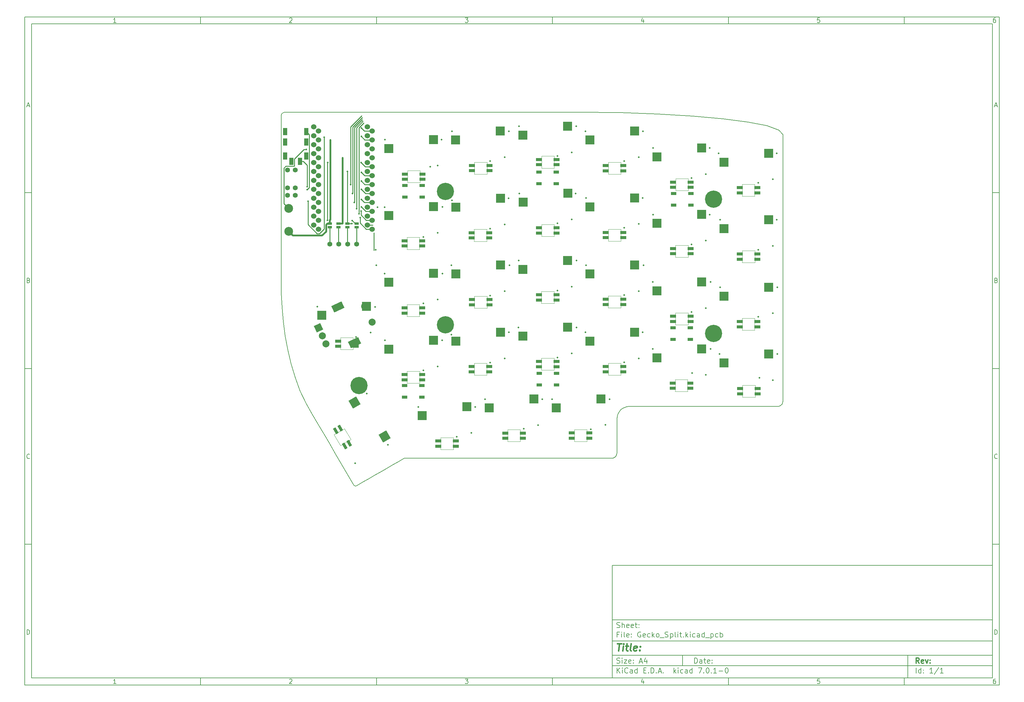
<source format=gbl>
G04 #@! TF.GenerationSoftware,KiCad,Pcbnew,7.0.1-0*
G04 #@! TF.CreationDate,2023-03-25T18:19:26+07:00*
G04 #@! TF.ProjectId,Gecko_Split,4765636b-6f5f-4537-906c-69742e6b6963,rev?*
G04 #@! TF.SameCoordinates,Original*
G04 #@! TF.FileFunction,Copper,L2,Bot*
G04 #@! TF.FilePolarity,Positive*
%FSLAX46Y46*%
G04 Gerber Fmt 4.6, Leading zero omitted, Abs format (unit mm)*
G04 Created by KiCad (PCBNEW 7.0.1-0) date 2023-03-25 18:19:26*
%MOMM*%
%LPD*%
G01*
G04 APERTURE LIST*
G04 Aperture macros list*
%AMRotRect*
0 Rectangle, with rotation*
0 The origin of the aperture is its center*
0 $1 length*
0 $2 width*
0 $3 Rotation angle, in degrees counterclockwise*
0 Add horizontal line*
21,1,$1,$2,0,0,$3*%
G04 Aperture macros list end*
%ADD10C,0.100000*%
%ADD11C,0.150000*%
%ADD12C,0.300000*%
%ADD13C,0.400000*%
G04 #@! TA.AperFunction,SMDPad,CuDef*
%ADD14R,1.800000X0.820000*%
G04 #@! TD*
G04 #@! TA.AperFunction,SMDPad,CuDef*
%ADD15RotRect,1.800000X0.820000X300.000000*%
G04 #@! TD*
G04 #@! TA.AperFunction,ComponentPad*
%ADD16C,1.397000*%
G04 #@! TD*
G04 #@! TA.AperFunction,ComponentPad*
%ADD17R,1.200000X2.100000*%
G04 #@! TD*
G04 #@! TA.AperFunction,ComponentPad*
%ADD18C,4.900000*%
G04 #@! TD*
G04 #@! TA.AperFunction,ComponentPad*
%ADD19C,1.524000*%
G04 #@! TD*
G04 #@! TA.AperFunction,ComponentPad*
%ADD20C,2.500000*%
G04 #@! TD*
G04 #@! TA.AperFunction,SMDPad,CuDef*
%ADD21R,1.500000X0.900000*%
G04 #@! TD*
G04 #@! TA.AperFunction,SMDPad,CuDef*
%ADD22R,2.550000X2.500000*%
G04 #@! TD*
G04 #@! TA.AperFunction,SMDPad,CuDef*
%ADD23RotRect,2.550000X2.500000X120.000000*%
G04 #@! TD*
G04 #@! TA.AperFunction,ComponentPad*
%ADD24RotRect,2.000000X2.000000X25.000000*%
G04 #@! TD*
G04 #@! TA.AperFunction,ComponentPad*
%ADD25C,2.000000*%
G04 #@! TD*
G04 #@! TA.AperFunction,ComponentPad*
%ADD26RotRect,3.200000X2.000000X25.000000*%
G04 #@! TD*
G04 #@! TA.AperFunction,SMDPad,CuDef*
%ADD27R,1.143000X0.635000*%
G04 #@! TD*
G04 #@! TA.AperFunction,ViaPad*
%ADD28C,0.500000*%
G04 #@! TD*
G04 #@! TA.AperFunction,Conductor*
%ADD29C,0.250000*%
G04 #@! TD*
G04 #@! TA.AperFunction,Conductor*
%ADD30C,0.500000*%
G04 #@! TD*
G04 #@! TA.AperFunction,Profile*
%ADD31C,0.200000*%
G04 #@! TD*
G04 #@! TA.AperFunction,Profile*
%ADD32C,0.050000*%
G04 #@! TD*
G04 APERTURE END LIST*
D10*
D11*
X177002200Y-166007200D02*
X285002200Y-166007200D01*
X285002200Y-198007200D01*
X177002200Y-198007200D01*
X177002200Y-166007200D01*
D10*
D11*
X10000000Y-10000000D02*
X287002200Y-10000000D01*
X287002200Y-200007200D01*
X10000000Y-200007200D01*
X10000000Y-10000000D01*
D10*
D11*
X12000000Y-12000000D02*
X285002200Y-12000000D01*
X285002200Y-198007200D01*
X12000000Y-198007200D01*
X12000000Y-12000000D01*
D10*
D11*
X60000000Y-12000000D02*
X60000000Y-10000000D01*
D10*
D11*
X110000000Y-12000000D02*
X110000000Y-10000000D01*
D10*
D11*
X160000000Y-12000000D02*
X160000000Y-10000000D01*
D10*
D11*
X210000000Y-12000000D02*
X210000000Y-10000000D01*
D10*
D11*
X260000000Y-12000000D02*
X260000000Y-10000000D01*
D10*
D11*
X35990476Y-11601404D02*
X35247619Y-11601404D01*
X35619047Y-11601404D02*
X35619047Y-10301404D01*
X35619047Y-10301404D02*
X35495238Y-10487119D01*
X35495238Y-10487119D02*
X35371428Y-10610928D01*
X35371428Y-10610928D02*
X35247619Y-10672833D01*
D10*
D11*
X85247619Y-10425214D02*
X85309523Y-10363309D01*
X85309523Y-10363309D02*
X85433333Y-10301404D01*
X85433333Y-10301404D02*
X85742857Y-10301404D01*
X85742857Y-10301404D02*
X85866666Y-10363309D01*
X85866666Y-10363309D02*
X85928571Y-10425214D01*
X85928571Y-10425214D02*
X85990476Y-10549023D01*
X85990476Y-10549023D02*
X85990476Y-10672833D01*
X85990476Y-10672833D02*
X85928571Y-10858547D01*
X85928571Y-10858547D02*
X85185714Y-11601404D01*
X85185714Y-11601404D02*
X85990476Y-11601404D01*
D10*
D11*
X135185714Y-10301404D02*
X135990476Y-10301404D01*
X135990476Y-10301404D02*
X135557142Y-10796642D01*
X135557142Y-10796642D02*
X135742857Y-10796642D01*
X135742857Y-10796642D02*
X135866666Y-10858547D01*
X135866666Y-10858547D02*
X135928571Y-10920452D01*
X135928571Y-10920452D02*
X135990476Y-11044261D01*
X135990476Y-11044261D02*
X135990476Y-11353785D01*
X135990476Y-11353785D02*
X135928571Y-11477595D01*
X135928571Y-11477595D02*
X135866666Y-11539500D01*
X135866666Y-11539500D02*
X135742857Y-11601404D01*
X135742857Y-11601404D02*
X135371428Y-11601404D01*
X135371428Y-11601404D02*
X135247619Y-11539500D01*
X135247619Y-11539500D02*
X135185714Y-11477595D01*
D10*
D11*
X185866666Y-10734738D02*
X185866666Y-11601404D01*
X185557142Y-10239500D02*
X185247619Y-11168071D01*
X185247619Y-11168071D02*
X186052380Y-11168071D01*
D10*
D11*
X235928571Y-10301404D02*
X235309523Y-10301404D01*
X235309523Y-10301404D02*
X235247619Y-10920452D01*
X235247619Y-10920452D02*
X235309523Y-10858547D01*
X235309523Y-10858547D02*
X235433333Y-10796642D01*
X235433333Y-10796642D02*
X235742857Y-10796642D01*
X235742857Y-10796642D02*
X235866666Y-10858547D01*
X235866666Y-10858547D02*
X235928571Y-10920452D01*
X235928571Y-10920452D02*
X235990476Y-11044261D01*
X235990476Y-11044261D02*
X235990476Y-11353785D01*
X235990476Y-11353785D02*
X235928571Y-11477595D01*
X235928571Y-11477595D02*
X235866666Y-11539500D01*
X235866666Y-11539500D02*
X235742857Y-11601404D01*
X235742857Y-11601404D02*
X235433333Y-11601404D01*
X235433333Y-11601404D02*
X235309523Y-11539500D01*
X235309523Y-11539500D02*
X235247619Y-11477595D01*
D10*
D11*
X285866666Y-10301404D02*
X285619047Y-10301404D01*
X285619047Y-10301404D02*
X285495238Y-10363309D01*
X285495238Y-10363309D02*
X285433333Y-10425214D01*
X285433333Y-10425214D02*
X285309523Y-10610928D01*
X285309523Y-10610928D02*
X285247619Y-10858547D01*
X285247619Y-10858547D02*
X285247619Y-11353785D01*
X285247619Y-11353785D02*
X285309523Y-11477595D01*
X285309523Y-11477595D02*
X285371428Y-11539500D01*
X285371428Y-11539500D02*
X285495238Y-11601404D01*
X285495238Y-11601404D02*
X285742857Y-11601404D01*
X285742857Y-11601404D02*
X285866666Y-11539500D01*
X285866666Y-11539500D02*
X285928571Y-11477595D01*
X285928571Y-11477595D02*
X285990476Y-11353785D01*
X285990476Y-11353785D02*
X285990476Y-11044261D01*
X285990476Y-11044261D02*
X285928571Y-10920452D01*
X285928571Y-10920452D02*
X285866666Y-10858547D01*
X285866666Y-10858547D02*
X285742857Y-10796642D01*
X285742857Y-10796642D02*
X285495238Y-10796642D01*
X285495238Y-10796642D02*
X285371428Y-10858547D01*
X285371428Y-10858547D02*
X285309523Y-10920452D01*
X285309523Y-10920452D02*
X285247619Y-11044261D01*
D10*
D11*
X60000000Y-198007200D02*
X60000000Y-200007200D01*
D10*
D11*
X110000000Y-198007200D02*
X110000000Y-200007200D01*
D10*
D11*
X160000000Y-198007200D02*
X160000000Y-200007200D01*
D10*
D11*
X210000000Y-198007200D02*
X210000000Y-200007200D01*
D10*
D11*
X260000000Y-198007200D02*
X260000000Y-200007200D01*
D10*
D11*
X35990476Y-199608604D02*
X35247619Y-199608604D01*
X35619047Y-199608604D02*
X35619047Y-198308604D01*
X35619047Y-198308604D02*
X35495238Y-198494319D01*
X35495238Y-198494319D02*
X35371428Y-198618128D01*
X35371428Y-198618128D02*
X35247619Y-198680033D01*
D10*
D11*
X85247619Y-198432414D02*
X85309523Y-198370509D01*
X85309523Y-198370509D02*
X85433333Y-198308604D01*
X85433333Y-198308604D02*
X85742857Y-198308604D01*
X85742857Y-198308604D02*
X85866666Y-198370509D01*
X85866666Y-198370509D02*
X85928571Y-198432414D01*
X85928571Y-198432414D02*
X85990476Y-198556223D01*
X85990476Y-198556223D02*
X85990476Y-198680033D01*
X85990476Y-198680033D02*
X85928571Y-198865747D01*
X85928571Y-198865747D02*
X85185714Y-199608604D01*
X85185714Y-199608604D02*
X85990476Y-199608604D01*
D10*
D11*
X135185714Y-198308604D02*
X135990476Y-198308604D01*
X135990476Y-198308604D02*
X135557142Y-198803842D01*
X135557142Y-198803842D02*
X135742857Y-198803842D01*
X135742857Y-198803842D02*
X135866666Y-198865747D01*
X135866666Y-198865747D02*
X135928571Y-198927652D01*
X135928571Y-198927652D02*
X135990476Y-199051461D01*
X135990476Y-199051461D02*
X135990476Y-199360985D01*
X135990476Y-199360985D02*
X135928571Y-199484795D01*
X135928571Y-199484795D02*
X135866666Y-199546700D01*
X135866666Y-199546700D02*
X135742857Y-199608604D01*
X135742857Y-199608604D02*
X135371428Y-199608604D01*
X135371428Y-199608604D02*
X135247619Y-199546700D01*
X135247619Y-199546700D02*
X135185714Y-199484795D01*
D10*
D11*
X185866666Y-198741938D02*
X185866666Y-199608604D01*
X185557142Y-198246700D02*
X185247619Y-199175271D01*
X185247619Y-199175271D02*
X186052380Y-199175271D01*
D10*
D11*
X235928571Y-198308604D02*
X235309523Y-198308604D01*
X235309523Y-198308604D02*
X235247619Y-198927652D01*
X235247619Y-198927652D02*
X235309523Y-198865747D01*
X235309523Y-198865747D02*
X235433333Y-198803842D01*
X235433333Y-198803842D02*
X235742857Y-198803842D01*
X235742857Y-198803842D02*
X235866666Y-198865747D01*
X235866666Y-198865747D02*
X235928571Y-198927652D01*
X235928571Y-198927652D02*
X235990476Y-199051461D01*
X235990476Y-199051461D02*
X235990476Y-199360985D01*
X235990476Y-199360985D02*
X235928571Y-199484795D01*
X235928571Y-199484795D02*
X235866666Y-199546700D01*
X235866666Y-199546700D02*
X235742857Y-199608604D01*
X235742857Y-199608604D02*
X235433333Y-199608604D01*
X235433333Y-199608604D02*
X235309523Y-199546700D01*
X235309523Y-199546700D02*
X235247619Y-199484795D01*
D10*
D11*
X285866666Y-198308604D02*
X285619047Y-198308604D01*
X285619047Y-198308604D02*
X285495238Y-198370509D01*
X285495238Y-198370509D02*
X285433333Y-198432414D01*
X285433333Y-198432414D02*
X285309523Y-198618128D01*
X285309523Y-198618128D02*
X285247619Y-198865747D01*
X285247619Y-198865747D02*
X285247619Y-199360985D01*
X285247619Y-199360985D02*
X285309523Y-199484795D01*
X285309523Y-199484795D02*
X285371428Y-199546700D01*
X285371428Y-199546700D02*
X285495238Y-199608604D01*
X285495238Y-199608604D02*
X285742857Y-199608604D01*
X285742857Y-199608604D02*
X285866666Y-199546700D01*
X285866666Y-199546700D02*
X285928571Y-199484795D01*
X285928571Y-199484795D02*
X285990476Y-199360985D01*
X285990476Y-199360985D02*
X285990476Y-199051461D01*
X285990476Y-199051461D02*
X285928571Y-198927652D01*
X285928571Y-198927652D02*
X285866666Y-198865747D01*
X285866666Y-198865747D02*
X285742857Y-198803842D01*
X285742857Y-198803842D02*
X285495238Y-198803842D01*
X285495238Y-198803842D02*
X285371428Y-198865747D01*
X285371428Y-198865747D02*
X285309523Y-198927652D01*
X285309523Y-198927652D02*
X285247619Y-199051461D01*
D10*
D11*
X10000000Y-60000000D02*
X12000000Y-60000000D01*
D10*
D11*
X10000000Y-110000000D02*
X12000000Y-110000000D01*
D10*
D11*
X10000000Y-160000000D02*
X12000000Y-160000000D01*
D10*
D11*
X10690476Y-35229976D02*
X11309523Y-35229976D01*
X10566666Y-35601404D02*
X10999999Y-34301404D01*
X10999999Y-34301404D02*
X11433333Y-35601404D01*
D10*
D11*
X11092857Y-84920452D02*
X11278571Y-84982357D01*
X11278571Y-84982357D02*
X11340476Y-85044261D01*
X11340476Y-85044261D02*
X11402380Y-85168071D01*
X11402380Y-85168071D02*
X11402380Y-85353785D01*
X11402380Y-85353785D02*
X11340476Y-85477595D01*
X11340476Y-85477595D02*
X11278571Y-85539500D01*
X11278571Y-85539500D02*
X11154761Y-85601404D01*
X11154761Y-85601404D02*
X10659523Y-85601404D01*
X10659523Y-85601404D02*
X10659523Y-84301404D01*
X10659523Y-84301404D02*
X11092857Y-84301404D01*
X11092857Y-84301404D02*
X11216666Y-84363309D01*
X11216666Y-84363309D02*
X11278571Y-84425214D01*
X11278571Y-84425214D02*
X11340476Y-84549023D01*
X11340476Y-84549023D02*
X11340476Y-84672833D01*
X11340476Y-84672833D02*
X11278571Y-84796642D01*
X11278571Y-84796642D02*
X11216666Y-84858547D01*
X11216666Y-84858547D02*
X11092857Y-84920452D01*
X11092857Y-84920452D02*
X10659523Y-84920452D01*
D10*
D11*
X11402380Y-135477595D02*
X11340476Y-135539500D01*
X11340476Y-135539500D02*
X11154761Y-135601404D01*
X11154761Y-135601404D02*
X11030952Y-135601404D01*
X11030952Y-135601404D02*
X10845238Y-135539500D01*
X10845238Y-135539500D02*
X10721428Y-135415690D01*
X10721428Y-135415690D02*
X10659523Y-135291880D01*
X10659523Y-135291880D02*
X10597619Y-135044261D01*
X10597619Y-135044261D02*
X10597619Y-134858547D01*
X10597619Y-134858547D02*
X10659523Y-134610928D01*
X10659523Y-134610928D02*
X10721428Y-134487119D01*
X10721428Y-134487119D02*
X10845238Y-134363309D01*
X10845238Y-134363309D02*
X11030952Y-134301404D01*
X11030952Y-134301404D02*
X11154761Y-134301404D01*
X11154761Y-134301404D02*
X11340476Y-134363309D01*
X11340476Y-134363309D02*
X11402380Y-134425214D01*
D10*
D11*
X10659523Y-185601404D02*
X10659523Y-184301404D01*
X10659523Y-184301404D02*
X10969047Y-184301404D01*
X10969047Y-184301404D02*
X11154761Y-184363309D01*
X11154761Y-184363309D02*
X11278571Y-184487119D01*
X11278571Y-184487119D02*
X11340476Y-184610928D01*
X11340476Y-184610928D02*
X11402380Y-184858547D01*
X11402380Y-184858547D02*
X11402380Y-185044261D01*
X11402380Y-185044261D02*
X11340476Y-185291880D01*
X11340476Y-185291880D02*
X11278571Y-185415690D01*
X11278571Y-185415690D02*
X11154761Y-185539500D01*
X11154761Y-185539500D02*
X10969047Y-185601404D01*
X10969047Y-185601404D02*
X10659523Y-185601404D01*
D10*
D11*
X287002200Y-60000000D02*
X285002200Y-60000000D01*
D10*
D11*
X287002200Y-110000000D02*
X285002200Y-110000000D01*
D10*
D11*
X287002200Y-160000000D02*
X285002200Y-160000000D01*
D10*
D11*
X285692676Y-35229976D02*
X286311723Y-35229976D01*
X285568866Y-35601404D02*
X286002199Y-34301404D01*
X286002199Y-34301404D02*
X286435533Y-35601404D01*
D10*
D11*
X286095057Y-84920452D02*
X286280771Y-84982357D01*
X286280771Y-84982357D02*
X286342676Y-85044261D01*
X286342676Y-85044261D02*
X286404580Y-85168071D01*
X286404580Y-85168071D02*
X286404580Y-85353785D01*
X286404580Y-85353785D02*
X286342676Y-85477595D01*
X286342676Y-85477595D02*
X286280771Y-85539500D01*
X286280771Y-85539500D02*
X286156961Y-85601404D01*
X286156961Y-85601404D02*
X285661723Y-85601404D01*
X285661723Y-85601404D02*
X285661723Y-84301404D01*
X285661723Y-84301404D02*
X286095057Y-84301404D01*
X286095057Y-84301404D02*
X286218866Y-84363309D01*
X286218866Y-84363309D02*
X286280771Y-84425214D01*
X286280771Y-84425214D02*
X286342676Y-84549023D01*
X286342676Y-84549023D02*
X286342676Y-84672833D01*
X286342676Y-84672833D02*
X286280771Y-84796642D01*
X286280771Y-84796642D02*
X286218866Y-84858547D01*
X286218866Y-84858547D02*
X286095057Y-84920452D01*
X286095057Y-84920452D02*
X285661723Y-84920452D01*
D10*
D11*
X286404580Y-135477595D02*
X286342676Y-135539500D01*
X286342676Y-135539500D02*
X286156961Y-135601404D01*
X286156961Y-135601404D02*
X286033152Y-135601404D01*
X286033152Y-135601404D02*
X285847438Y-135539500D01*
X285847438Y-135539500D02*
X285723628Y-135415690D01*
X285723628Y-135415690D02*
X285661723Y-135291880D01*
X285661723Y-135291880D02*
X285599819Y-135044261D01*
X285599819Y-135044261D02*
X285599819Y-134858547D01*
X285599819Y-134858547D02*
X285661723Y-134610928D01*
X285661723Y-134610928D02*
X285723628Y-134487119D01*
X285723628Y-134487119D02*
X285847438Y-134363309D01*
X285847438Y-134363309D02*
X286033152Y-134301404D01*
X286033152Y-134301404D02*
X286156961Y-134301404D01*
X286156961Y-134301404D02*
X286342676Y-134363309D01*
X286342676Y-134363309D02*
X286404580Y-134425214D01*
D10*
D11*
X285661723Y-185601404D02*
X285661723Y-184301404D01*
X285661723Y-184301404D02*
X285971247Y-184301404D01*
X285971247Y-184301404D02*
X286156961Y-184363309D01*
X286156961Y-184363309D02*
X286280771Y-184487119D01*
X286280771Y-184487119D02*
X286342676Y-184610928D01*
X286342676Y-184610928D02*
X286404580Y-184858547D01*
X286404580Y-184858547D02*
X286404580Y-185044261D01*
X286404580Y-185044261D02*
X286342676Y-185291880D01*
X286342676Y-185291880D02*
X286280771Y-185415690D01*
X286280771Y-185415690D02*
X286156961Y-185539500D01*
X286156961Y-185539500D02*
X285971247Y-185601404D01*
X285971247Y-185601404D02*
X285661723Y-185601404D01*
D10*
D11*
X200359342Y-193801128D02*
X200359342Y-192301128D01*
X200359342Y-192301128D02*
X200716485Y-192301128D01*
X200716485Y-192301128D02*
X200930771Y-192372557D01*
X200930771Y-192372557D02*
X201073628Y-192515414D01*
X201073628Y-192515414D02*
X201145057Y-192658271D01*
X201145057Y-192658271D02*
X201216485Y-192943985D01*
X201216485Y-192943985D02*
X201216485Y-193158271D01*
X201216485Y-193158271D02*
X201145057Y-193443985D01*
X201145057Y-193443985D02*
X201073628Y-193586842D01*
X201073628Y-193586842D02*
X200930771Y-193729700D01*
X200930771Y-193729700D02*
X200716485Y-193801128D01*
X200716485Y-193801128D02*
X200359342Y-193801128D01*
X202502200Y-193801128D02*
X202502200Y-193015414D01*
X202502200Y-193015414D02*
X202430771Y-192872557D01*
X202430771Y-192872557D02*
X202287914Y-192801128D01*
X202287914Y-192801128D02*
X202002200Y-192801128D01*
X202002200Y-192801128D02*
X201859342Y-192872557D01*
X202502200Y-193729700D02*
X202359342Y-193801128D01*
X202359342Y-193801128D02*
X202002200Y-193801128D01*
X202002200Y-193801128D02*
X201859342Y-193729700D01*
X201859342Y-193729700D02*
X201787914Y-193586842D01*
X201787914Y-193586842D02*
X201787914Y-193443985D01*
X201787914Y-193443985D02*
X201859342Y-193301128D01*
X201859342Y-193301128D02*
X202002200Y-193229700D01*
X202002200Y-193229700D02*
X202359342Y-193229700D01*
X202359342Y-193229700D02*
X202502200Y-193158271D01*
X203002200Y-192801128D02*
X203573628Y-192801128D01*
X203216485Y-192301128D02*
X203216485Y-193586842D01*
X203216485Y-193586842D02*
X203287914Y-193729700D01*
X203287914Y-193729700D02*
X203430771Y-193801128D01*
X203430771Y-193801128D02*
X203573628Y-193801128D01*
X204645057Y-193729700D02*
X204502200Y-193801128D01*
X204502200Y-193801128D02*
X204216486Y-193801128D01*
X204216486Y-193801128D02*
X204073628Y-193729700D01*
X204073628Y-193729700D02*
X204002200Y-193586842D01*
X204002200Y-193586842D02*
X204002200Y-193015414D01*
X204002200Y-193015414D02*
X204073628Y-192872557D01*
X204073628Y-192872557D02*
X204216486Y-192801128D01*
X204216486Y-192801128D02*
X204502200Y-192801128D01*
X204502200Y-192801128D02*
X204645057Y-192872557D01*
X204645057Y-192872557D02*
X204716486Y-193015414D01*
X204716486Y-193015414D02*
X204716486Y-193158271D01*
X204716486Y-193158271D02*
X204002200Y-193301128D01*
X205359342Y-193658271D02*
X205430771Y-193729700D01*
X205430771Y-193729700D02*
X205359342Y-193801128D01*
X205359342Y-193801128D02*
X205287914Y-193729700D01*
X205287914Y-193729700D02*
X205359342Y-193658271D01*
X205359342Y-193658271D02*
X205359342Y-193801128D01*
X205359342Y-192872557D02*
X205430771Y-192943985D01*
X205430771Y-192943985D02*
X205359342Y-193015414D01*
X205359342Y-193015414D02*
X205287914Y-192943985D01*
X205287914Y-192943985D02*
X205359342Y-192872557D01*
X205359342Y-192872557D02*
X205359342Y-193015414D01*
D10*
D11*
X177002200Y-194507200D02*
X285002200Y-194507200D01*
D10*
D11*
X178359342Y-196601128D02*
X178359342Y-195101128D01*
X179216485Y-196601128D02*
X178573628Y-195743985D01*
X179216485Y-195101128D02*
X178359342Y-195958271D01*
X179859342Y-196601128D02*
X179859342Y-195601128D01*
X179859342Y-195101128D02*
X179787914Y-195172557D01*
X179787914Y-195172557D02*
X179859342Y-195243985D01*
X179859342Y-195243985D02*
X179930771Y-195172557D01*
X179930771Y-195172557D02*
X179859342Y-195101128D01*
X179859342Y-195101128D02*
X179859342Y-195243985D01*
X181430771Y-196458271D02*
X181359343Y-196529700D01*
X181359343Y-196529700D02*
X181145057Y-196601128D01*
X181145057Y-196601128D02*
X181002200Y-196601128D01*
X181002200Y-196601128D02*
X180787914Y-196529700D01*
X180787914Y-196529700D02*
X180645057Y-196386842D01*
X180645057Y-196386842D02*
X180573628Y-196243985D01*
X180573628Y-196243985D02*
X180502200Y-195958271D01*
X180502200Y-195958271D02*
X180502200Y-195743985D01*
X180502200Y-195743985D02*
X180573628Y-195458271D01*
X180573628Y-195458271D02*
X180645057Y-195315414D01*
X180645057Y-195315414D02*
X180787914Y-195172557D01*
X180787914Y-195172557D02*
X181002200Y-195101128D01*
X181002200Y-195101128D02*
X181145057Y-195101128D01*
X181145057Y-195101128D02*
X181359343Y-195172557D01*
X181359343Y-195172557D02*
X181430771Y-195243985D01*
X182716486Y-196601128D02*
X182716486Y-195815414D01*
X182716486Y-195815414D02*
X182645057Y-195672557D01*
X182645057Y-195672557D02*
X182502200Y-195601128D01*
X182502200Y-195601128D02*
X182216486Y-195601128D01*
X182216486Y-195601128D02*
X182073628Y-195672557D01*
X182716486Y-196529700D02*
X182573628Y-196601128D01*
X182573628Y-196601128D02*
X182216486Y-196601128D01*
X182216486Y-196601128D02*
X182073628Y-196529700D01*
X182073628Y-196529700D02*
X182002200Y-196386842D01*
X182002200Y-196386842D02*
X182002200Y-196243985D01*
X182002200Y-196243985D02*
X182073628Y-196101128D01*
X182073628Y-196101128D02*
X182216486Y-196029700D01*
X182216486Y-196029700D02*
X182573628Y-196029700D01*
X182573628Y-196029700D02*
X182716486Y-195958271D01*
X184073629Y-196601128D02*
X184073629Y-195101128D01*
X184073629Y-196529700D02*
X183930771Y-196601128D01*
X183930771Y-196601128D02*
X183645057Y-196601128D01*
X183645057Y-196601128D02*
X183502200Y-196529700D01*
X183502200Y-196529700D02*
X183430771Y-196458271D01*
X183430771Y-196458271D02*
X183359343Y-196315414D01*
X183359343Y-196315414D02*
X183359343Y-195886842D01*
X183359343Y-195886842D02*
X183430771Y-195743985D01*
X183430771Y-195743985D02*
X183502200Y-195672557D01*
X183502200Y-195672557D02*
X183645057Y-195601128D01*
X183645057Y-195601128D02*
X183930771Y-195601128D01*
X183930771Y-195601128D02*
X184073629Y-195672557D01*
X185930771Y-195815414D02*
X186430771Y-195815414D01*
X186645057Y-196601128D02*
X185930771Y-196601128D01*
X185930771Y-196601128D02*
X185930771Y-195101128D01*
X185930771Y-195101128D02*
X186645057Y-195101128D01*
X187287914Y-196458271D02*
X187359343Y-196529700D01*
X187359343Y-196529700D02*
X187287914Y-196601128D01*
X187287914Y-196601128D02*
X187216486Y-196529700D01*
X187216486Y-196529700D02*
X187287914Y-196458271D01*
X187287914Y-196458271D02*
X187287914Y-196601128D01*
X188002200Y-196601128D02*
X188002200Y-195101128D01*
X188002200Y-195101128D02*
X188359343Y-195101128D01*
X188359343Y-195101128D02*
X188573629Y-195172557D01*
X188573629Y-195172557D02*
X188716486Y-195315414D01*
X188716486Y-195315414D02*
X188787915Y-195458271D01*
X188787915Y-195458271D02*
X188859343Y-195743985D01*
X188859343Y-195743985D02*
X188859343Y-195958271D01*
X188859343Y-195958271D02*
X188787915Y-196243985D01*
X188787915Y-196243985D02*
X188716486Y-196386842D01*
X188716486Y-196386842D02*
X188573629Y-196529700D01*
X188573629Y-196529700D02*
X188359343Y-196601128D01*
X188359343Y-196601128D02*
X188002200Y-196601128D01*
X189502200Y-196458271D02*
X189573629Y-196529700D01*
X189573629Y-196529700D02*
X189502200Y-196601128D01*
X189502200Y-196601128D02*
X189430772Y-196529700D01*
X189430772Y-196529700D02*
X189502200Y-196458271D01*
X189502200Y-196458271D02*
X189502200Y-196601128D01*
X190145058Y-196172557D02*
X190859344Y-196172557D01*
X190002201Y-196601128D02*
X190502201Y-195101128D01*
X190502201Y-195101128D02*
X191002201Y-196601128D01*
X191502200Y-196458271D02*
X191573629Y-196529700D01*
X191573629Y-196529700D02*
X191502200Y-196601128D01*
X191502200Y-196601128D02*
X191430772Y-196529700D01*
X191430772Y-196529700D02*
X191502200Y-196458271D01*
X191502200Y-196458271D02*
X191502200Y-196601128D01*
X194502200Y-196601128D02*
X194502200Y-195101128D01*
X194645058Y-196029700D02*
X195073629Y-196601128D01*
X195073629Y-195601128D02*
X194502200Y-196172557D01*
X195716486Y-196601128D02*
X195716486Y-195601128D01*
X195716486Y-195101128D02*
X195645058Y-195172557D01*
X195645058Y-195172557D02*
X195716486Y-195243985D01*
X195716486Y-195243985D02*
X195787915Y-195172557D01*
X195787915Y-195172557D02*
X195716486Y-195101128D01*
X195716486Y-195101128D02*
X195716486Y-195243985D01*
X197073630Y-196529700D02*
X196930772Y-196601128D01*
X196930772Y-196601128D02*
X196645058Y-196601128D01*
X196645058Y-196601128D02*
X196502201Y-196529700D01*
X196502201Y-196529700D02*
X196430772Y-196458271D01*
X196430772Y-196458271D02*
X196359344Y-196315414D01*
X196359344Y-196315414D02*
X196359344Y-195886842D01*
X196359344Y-195886842D02*
X196430772Y-195743985D01*
X196430772Y-195743985D02*
X196502201Y-195672557D01*
X196502201Y-195672557D02*
X196645058Y-195601128D01*
X196645058Y-195601128D02*
X196930772Y-195601128D01*
X196930772Y-195601128D02*
X197073630Y-195672557D01*
X198359344Y-196601128D02*
X198359344Y-195815414D01*
X198359344Y-195815414D02*
X198287915Y-195672557D01*
X198287915Y-195672557D02*
X198145058Y-195601128D01*
X198145058Y-195601128D02*
X197859344Y-195601128D01*
X197859344Y-195601128D02*
X197716486Y-195672557D01*
X198359344Y-196529700D02*
X198216486Y-196601128D01*
X198216486Y-196601128D02*
X197859344Y-196601128D01*
X197859344Y-196601128D02*
X197716486Y-196529700D01*
X197716486Y-196529700D02*
X197645058Y-196386842D01*
X197645058Y-196386842D02*
X197645058Y-196243985D01*
X197645058Y-196243985D02*
X197716486Y-196101128D01*
X197716486Y-196101128D02*
X197859344Y-196029700D01*
X197859344Y-196029700D02*
X198216486Y-196029700D01*
X198216486Y-196029700D02*
X198359344Y-195958271D01*
X199716487Y-196601128D02*
X199716487Y-195101128D01*
X199716487Y-196529700D02*
X199573629Y-196601128D01*
X199573629Y-196601128D02*
X199287915Y-196601128D01*
X199287915Y-196601128D02*
X199145058Y-196529700D01*
X199145058Y-196529700D02*
X199073629Y-196458271D01*
X199073629Y-196458271D02*
X199002201Y-196315414D01*
X199002201Y-196315414D02*
X199002201Y-195886842D01*
X199002201Y-195886842D02*
X199073629Y-195743985D01*
X199073629Y-195743985D02*
X199145058Y-195672557D01*
X199145058Y-195672557D02*
X199287915Y-195601128D01*
X199287915Y-195601128D02*
X199573629Y-195601128D01*
X199573629Y-195601128D02*
X199716487Y-195672557D01*
X201430772Y-195101128D02*
X202430772Y-195101128D01*
X202430772Y-195101128D02*
X201787915Y-196601128D01*
X203002200Y-196458271D02*
X203073629Y-196529700D01*
X203073629Y-196529700D02*
X203002200Y-196601128D01*
X203002200Y-196601128D02*
X202930772Y-196529700D01*
X202930772Y-196529700D02*
X203002200Y-196458271D01*
X203002200Y-196458271D02*
X203002200Y-196601128D01*
X204002201Y-195101128D02*
X204145058Y-195101128D01*
X204145058Y-195101128D02*
X204287915Y-195172557D01*
X204287915Y-195172557D02*
X204359344Y-195243985D01*
X204359344Y-195243985D02*
X204430772Y-195386842D01*
X204430772Y-195386842D02*
X204502201Y-195672557D01*
X204502201Y-195672557D02*
X204502201Y-196029700D01*
X204502201Y-196029700D02*
X204430772Y-196315414D01*
X204430772Y-196315414D02*
X204359344Y-196458271D01*
X204359344Y-196458271D02*
X204287915Y-196529700D01*
X204287915Y-196529700D02*
X204145058Y-196601128D01*
X204145058Y-196601128D02*
X204002201Y-196601128D01*
X204002201Y-196601128D02*
X203859344Y-196529700D01*
X203859344Y-196529700D02*
X203787915Y-196458271D01*
X203787915Y-196458271D02*
X203716486Y-196315414D01*
X203716486Y-196315414D02*
X203645058Y-196029700D01*
X203645058Y-196029700D02*
X203645058Y-195672557D01*
X203645058Y-195672557D02*
X203716486Y-195386842D01*
X203716486Y-195386842D02*
X203787915Y-195243985D01*
X203787915Y-195243985D02*
X203859344Y-195172557D01*
X203859344Y-195172557D02*
X204002201Y-195101128D01*
X205145057Y-196458271D02*
X205216486Y-196529700D01*
X205216486Y-196529700D02*
X205145057Y-196601128D01*
X205145057Y-196601128D02*
X205073629Y-196529700D01*
X205073629Y-196529700D02*
X205145057Y-196458271D01*
X205145057Y-196458271D02*
X205145057Y-196601128D01*
X206645058Y-196601128D02*
X205787915Y-196601128D01*
X206216486Y-196601128D02*
X206216486Y-195101128D01*
X206216486Y-195101128D02*
X206073629Y-195315414D01*
X206073629Y-195315414D02*
X205930772Y-195458271D01*
X205930772Y-195458271D02*
X205787915Y-195529700D01*
X207287914Y-196029700D02*
X208430772Y-196029700D01*
X209430772Y-195101128D02*
X209573629Y-195101128D01*
X209573629Y-195101128D02*
X209716486Y-195172557D01*
X209716486Y-195172557D02*
X209787915Y-195243985D01*
X209787915Y-195243985D02*
X209859343Y-195386842D01*
X209859343Y-195386842D02*
X209930772Y-195672557D01*
X209930772Y-195672557D02*
X209930772Y-196029700D01*
X209930772Y-196029700D02*
X209859343Y-196315414D01*
X209859343Y-196315414D02*
X209787915Y-196458271D01*
X209787915Y-196458271D02*
X209716486Y-196529700D01*
X209716486Y-196529700D02*
X209573629Y-196601128D01*
X209573629Y-196601128D02*
X209430772Y-196601128D01*
X209430772Y-196601128D02*
X209287915Y-196529700D01*
X209287915Y-196529700D02*
X209216486Y-196458271D01*
X209216486Y-196458271D02*
X209145057Y-196315414D01*
X209145057Y-196315414D02*
X209073629Y-196029700D01*
X209073629Y-196029700D02*
X209073629Y-195672557D01*
X209073629Y-195672557D02*
X209145057Y-195386842D01*
X209145057Y-195386842D02*
X209216486Y-195243985D01*
X209216486Y-195243985D02*
X209287915Y-195172557D01*
X209287915Y-195172557D02*
X209430772Y-195101128D01*
D10*
D11*
X177002200Y-191507200D02*
X285002200Y-191507200D01*
D10*
D12*
X264216485Y-193801128D02*
X263716485Y-193086842D01*
X263359342Y-193801128D02*
X263359342Y-192301128D01*
X263359342Y-192301128D02*
X263930771Y-192301128D01*
X263930771Y-192301128D02*
X264073628Y-192372557D01*
X264073628Y-192372557D02*
X264145057Y-192443985D01*
X264145057Y-192443985D02*
X264216485Y-192586842D01*
X264216485Y-192586842D02*
X264216485Y-192801128D01*
X264216485Y-192801128D02*
X264145057Y-192943985D01*
X264145057Y-192943985D02*
X264073628Y-193015414D01*
X264073628Y-193015414D02*
X263930771Y-193086842D01*
X263930771Y-193086842D02*
X263359342Y-193086842D01*
X265430771Y-193729700D02*
X265287914Y-193801128D01*
X265287914Y-193801128D02*
X265002200Y-193801128D01*
X265002200Y-193801128D02*
X264859342Y-193729700D01*
X264859342Y-193729700D02*
X264787914Y-193586842D01*
X264787914Y-193586842D02*
X264787914Y-193015414D01*
X264787914Y-193015414D02*
X264859342Y-192872557D01*
X264859342Y-192872557D02*
X265002200Y-192801128D01*
X265002200Y-192801128D02*
X265287914Y-192801128D01*
X265287914Y-192801128D02*
X265430771Y-192872557D01*
X265430771Y-192872557D02*
X265502200Y-193015414D01*
X265502200Y-193015414D02*
X265502200Y-193158271D01*
X265502200Y-193158271D02*
X264787914Y-193301128D01*
X266002199Y-192801128D02*
X266359342Y-193801128D01*
X266359342Y-193801128D02*
X266716485Y-192801128D01*
X267287913Y-193658271D02*
X267359342Y-193729700D01*
X267359342Y-193729700D02*
X267287913Y-193801128D01*
X267287913Y-193801128D02*
X267216485Y-193729700D01*
X267216485Y-193729700D02*
X267287913Y-193658271D01*
X267287913Y-193658271D02*
X267287913Y-193801128D01*
X267287913Y-192872557D02*
X267359342Y-192943985D01*
X267359342Y-192943985D02*
X267287913Y-193015414D01*
X267287913Y-193015414D02*
X267216485Y-192943985D01*
X267216485Y-192943985D02*
X267287913Y-192872557D01*
X267287913Y-192872557D02*
X267287913Y-193015414D01*
D10*
D11*
X178287914Y-193729700D02*
X178502200Y-193801128D01*
X178502200Y-193801128D02*
X178859342Y-193801128D01*
X178859342Y-193801128D02*
X179002200Y-193729700D01*
X179002200Y-193729700D02*
X179073628Y-193658271D01*
X179073628Y-193658271D02*
X179145057Y-193515414D01*
X179145057Y-193515414D02*
X179145057Y-193372557D01*
X179145057Y-193372557D02*
X179073628Y-193229700D01*
X179073628Y-193229700D02*
X179002200Y-193158271D01*
X179002200Y-193158271D02*
X178859342Y-193086842D01*
X178859342Y-193086842D02*
X178573628Y-193015414D01*
X178573628Y-193015414D02*
X178430771Y-192943985D01*
X178430771Y-192943985D02*
X178359342Y-192872557D01*
X178359342Y-192872557D02*
X178287914Y-192729700D01*
X178287914Y-192729700D02*
X178287914Y-192586842D01*
X178287914Y-192586842D02*
X178359342Y-192443985D01*
X178359342Y-192443985D02*
X178430771Y-192372557D01*
X178430771Y-192372557D02*
X178573628Y-192301128D01*
X178573628Y-192301128D02*
X178930771Y-192301128D01*
X178930771Y-192301128D02*
X179145057Y-192372557D01*
X179787913Y-193801128D02*
X179787913Y-192801128D01*
X179787913Y-192301128D02*
X179716485Y-192372557D01*
X179716485Y-192372557D02*
X179787913Y-192443985D01*
X179787913Y-192443985D02*
X179859342Y-192372557D01*
X179859342Y-192372557D02*
X179787913Y-192301128D01*
X179787913Y-192301128D02*
X179787913Y-192443985D01*
X180359342Y-192801128D02*
X181145057Y-192801128D01*
X181145057Y-192801128D02*
X180359342Y-193801128D01*
X180359342Y-193801128D02*
X181145057Y-193801128D01*
X182287914Y-193729700D02*
X182145057Y-193801128D01*
X182145057Y-193801128D02*
X181859343Y-193801128D01*
X181859343Y-193801128D02*
X181716485Y-193729700D01*
X181716485Y-193729700D02*
X181645057Y-193586842D01*
X181645057Y-193586842D02*
X181645057Y-193015414D01*
X181645057Y-193015414D02*
X181716485Y-192872557D01*
X181716485Y-192872557D02*
X181859343Y-192801128D01*
X181859343Y-192801128D02*
X182145057Y-192801128D01*
X182145057Y-192801128D02*
X182287914Y-192872557D01*
X182287914Y-192872557D02*
X182359343Y-193015414D01*
X182359343Y-193015414D02*
X182359343Y-193158271D01*
X182359343Y-193158271D02*
X181645057Y-193301128D01*
X183002199Y-193658271D02*
X183073628Y-193729700D01*
X183073628Y-193729700D02*
X183002199Y-193801128D01*
X183002199Y-193801128D02*
X182930771Y-193729700D01*
X182930771Y-193729700D02*
X183002199Y-193658271D01*
X183002199Y-193658271D02*
X183002199Y-193801128D01*
X183002199Y-192872557D02*
X183073628Y-192943985D01*
X183073628Y-192943985D02*
X183002199Y-193015414D01*
X183002199Y-193015414D02*
X182930771Y-192943985D01*
X182930771Y-192943985D02*
X183002199Y-192872557D01*
X183002199Y-192872557D02*
X183002199Y-193015414D01*
X184787914Y-193372557D02*
X185502200Y-193372557D01*
X184645057Y-193801128D02*
X185145057Y-192301128D01*
X185145057Y-192301128D02*
X185645057Y-193801128D01*
X186787914Y-192801128D02*
X186787914Y-193801128D01*
X186430771Y-192229700D02*
X186073628Y-193301128D01*
X186073628Y-193301128D02*
X187002199Y-193301128D01*
D10*
D11*
X263359342Y-196601128D02*
X263359342Y-195101128D01*
X264716486Y-196601128D02*
X264716486Y-195101128D01*
X264716486Y-196529700D02*
X264573628Y-196601128D01*
X264573628Y-196601128D02*
X264287914Y-196601128D01*
X264287914Y-196601128D02*
X264145057Y-196529700D01*
X264145057Y-196529700D02*
X264073628Y-196458271D01*
X264073628Y-196458271D02*
X264002200Y-196315414D01*
X264002200Y-196315414D02*
X264002200Y-195886842D01*
X264002200Y-195886842D02*
X264073628Y-195743985D01*
X264073628Y-195743985D02*
X264145057Y-195672557D01*
X264145057Y-195672557D02*
X264287914Y-195601128D01*
X264287914Y-195601128D02*
X264573628Y-195601128D01*
X264573628Y-195601128D02*
X264716486Y-195672557D01*
X265430771Y-196458271D02*
X265502200Y-196529700D01*
X265502200Y-196529700D02*
X265430771Y-196601128D01*
X265430771Y-196601128D02*
X265359343Y-196529700D01*
X265359343Y-196529700D02*
X265430771Y-196458271D01*
X265430771Y-196458271D02*
X265430771Y-196601128D01*
X265430771Y-195672557D02*
X265502200Y-195743985D01*
X265502200Y-195743985D02*
X265430771Y-195815414D01*
X265430771Y-195815414D02*
X265359343Y-195743985D01*
X265359343Y-195743985D02*
X265430771Y-195672557D01*
X265430771Y-195672557D02*
X265430771Y-195815414D01*
X268073629Y-196601128D02*
X267216486Y-196601128D01*
X267645057Y-196601128D02*
X267645057Y-195101128D01*
X267645057Y-195101128D02*
X267502200Y-195315414D01*
X267502200Y-195315414D02*
X267359343Y-195458271D01*
X267359343Y-195458271D02*
X267216486Y-195529700D01*
X269787914Y-195029700D02*
X268502200Y-196958271D01*
X271073629Y-196601128D02*
X270216486Y-196601128D01*
X270645057Y-196601128D02*
X270645057Y-195101128D01*
X270645057Y-195101128D02*
X270502200Y-195315414D01*
X270502200Y-195315414D02*
X270359343Y-195458271D01*
X270359343Y-195458271D02*
X270216486Y-195529700D01*
D10*
D11*
X177002200Y-187507200D02*
X285002200Y-187507200D01*
D10*
D13*
X178430771Y-188232438D02*
X179573628Y-188232438D01*
X178752200Y-190232438D02*
X179002200Y-188232438D01*
X179978390Y-190232438D02*
X180145057Y-188899104D01*
X180228390Y-188232438D02*
X180121247Y-188327676D01*
X180121247Y-188327676D02*
X180204581Y-188422914D01*
X180204581Y-188422914D02*
X180311724Y-188327676D01*
X180311724Y-188327676D02*
X180228390Y-188232438D01*
X180228390Y-188232438D02*
X180204581Y-188422914D01*
X180799819Y-188899104D02*
X181561723Y-188899104D01*
X181168866Y-188232438D02*
X180954581Y-189946723D01*
X180954581Y-189946723D02*
X181026009Y-190137200D01*
X181026009Y-190137200D02*
X181204581Y-190232438D01*
X181204581Y-190232438D02*
X181395057Y-190232438D01*
X182335533Y-190232438D02*
X182156961Y-190137200D01*
X182156961Y-190137200D02*
X182085533Y-189946723D01*
X182085533Y-189946723D02*
X182299818Y-188232438D01*
X183859342Y-190137200D02*
X183656961Y-190232438D01*
X183656961Y-190232438D02*
X183276008Y-190232438D01*
X183276008Y-190232438D02*
X183097437Y-190137200D01*
X183097437Y-190137200D02*
X183026008Y-189946723D01*
X183026008Y-189946723D02*
X183121247Y-189184819D01*
X183121247Y-189184819D02*
X183240294Y-188994342D01*
X183240294Y-188994342D02*
X183442675Y-188899104D01*
X183442675Y-188899104D02*
X183823627Y-188899104D01*
X183823627Y-188899104D02*
X184002199Y-188994342D01*
X184002199Y-188994342D02*
X184073627Y-189184819D01*
X184073627Y-189184819D02*
X184049818Y-189375295D01*
X184049818Y-189375295D02*
X183073627Y-189565771D01*
X184811723Y-190041961D02*
X184895056Y-190137200D01*
X184895056Y-190137200D02*
X184787913Y-190232438D01*
X184787913Y-190232438D02*
X184704580Y-190137200D01*
X184704580Y-190137200D02*
X184811723Y-190041961D01*
X184811723Y-190041961D02*
X184787913Y-190232438D01*
X184942675Y-188994342D02*
X185026008Y-189089580D01*
X185026008Y-189089580D02*
X184918866Y-189184819D01*
X184918866Y-189184819D02*
X184835532Y-189089580D01*
X184835532Y-189089580D02*
X184942675Y-188994342D01*
X184942675Y-188994342D02*
X184918866Y-189184819D01*
D10*
D11*
X178859342Y-185615414D02*
X178359342Y-185615414D01*
X178359342Y-186401128D02*
X178359342Y-184901128D01*
X178359342Y-184901128D02*
X179073628Y-184901128D01*
X179645056Y-186401128D02*
X179645056Y-185401128D01*
X179645056Y-184901128D02*
X179573628Y-184972557D01*
X179573628Y-184972557D02*
X179645056Y-185043985D01*
X179645056Y-185043985D02*
X179716485Y-184972557D01*
X179716485Y-184972557D02*
X179645056Y-184901128D01*
X179645056Y-184901128D02*
X179645056Y-185043985D01*
X180573628Y-186401128D02*
X180430771Y-186329700D01*
X180430771Y-186329700D02*
X180359342Y-186186842D01*
X180359342Y-186186842D02*
X180359342Y-184901128D01*
X181716485Y-186329700D02*
X181573628Y-186401128D01*
X181573628Y-186401128D02*
X181287914Y-186401128D01*
X181287914Y-186401128D02*
X181145056Y-186329700D01*
X181145056Y-186329700D02*
X181073628Y-186186842D01*
X181073628Y-186186842D02*
X181073628Y-185615414D01*
X181073628Y-185615414D02*
X181145056Y-185472557D01*
X181145056Y-185472557D02*
X181287914Y-185401128D01*
X181287914Y-185401128D02*
X181573628Y-185401128D01*
X181573628Y-185401128D02*
X181716485Y-185472557D01*
X181716485Y-185472557D02*
X181787914Y-185615414D01*
X181787914Y-185615414D02*
X181787914Y-185758271D01*
X181787914Y-185758271D02*
X181073628Y-185901128D01*
X182430770Y-186258271D02*
X182502199Y-186329700D01*
X182502199Y-186329700D02*
X182430770Y-186401128D01*
X182430770Y-186401128D02*
X182359342Y-186329700D01*
X182359342Y-186329700D02*
X182430770Y-186258271D01*
X182430770Y-186258271D02*
X182430770Y-186401128D01*
X182430770Y-185472557D02*
X182502199Y-185543985D01*
X182502199Y-185543985D02*
X182430770Y-185615414D01*
X182430770Y-185615414D02*
X182359342Y-185543985D01*
X182359342Y-185543985D02*
X182430770Y-185472557D01*
X182430770Y-185472557D02*
X182430770Y-185615414D01*
X185073628Y-184972557D02*
X184930771Y-184901128D01*
X184930771Y-184901128D02*
X184716485Y-184901128D01*
X184716485Y-184901128D02*
X184502199Y-184972557D01*
X184502199Y-184972557D02*
X184359342Y-185115414D01*
X184359342Y-185115414D02*
X184287913Y-185258271D01*
X184287913Y-185258271D02*
X184216485Y-185543985D01*
X184216485Y-185543985D02*
X184216485Y-185758271D01*
X184216485Y-185758271D02*
X184287913Y-186043985D01*
X184287913Y-186043985D02*
X184359342Y-186186842D01*
X184359342Y-186186842D02*
X184502199Y-186329700D01*
X184502199Y-186329700D02*
X184716485Y-186401128D01*
X184716485Y-186401128D02*
X184859342Y-186401128D01*
X184859342Y-186401128D02*
X185073628Y-186329700D01*
X185073628Y-186329700D02*
X185145056Y-186258271D01*
X185145056Y-186258271D02*
X185145056Y-185758271D01*
X185145056Y-185758271D02*
X184859342Y-185758271D01*
X186359342Y-186329700D02*
X186216485Y-186401128D01*
X186216485Y-186401128D02*
X185930771Y-186401128D01*
X185930771Y-186401128D02*
X185787913Y-186329700D01*
X185787913Y-186329700D02*
X185716485Y-186186842D01*
X185716485Y-186186842D02*
X185716485Y-185615414D01*
X185716485Y-185615414D02*
X185787913Y-185472557D01*
X185787913Y-185472557D02*
X185930771Y-185401128D01*
X185930771Y-185401128D02*
X186216485Y-185401128D01*
X186216485Y-185401128D02*
X186359342Y-185472557D01*
X186359342Y-185472557D02*
X186430771Y-185615414D01*
X186430771Y-185615414D02*
X186430771Y-185758271D01*
X186430771Y-185758271D02*
X185716485Y-185901128D01*
X187716485Y-186329700D02*
X187573627Y-186401128D01*
X187573627Y-186401128D02*
X187287913Y-186401128D01*
X187287913Y-186401128D02*
X187145056Y-186329700D01*
X187145056Y-186329700D02*
X187073627Y-186258271D01*
X187073627Y-186258271D02*
X187002199Y-186115414D01*
X187002199Y-186115414D02*
X187002199Y-185686842D01*
X187002199Y-185686842D02*
X187073627Y-185543985D01*
X187073627Y-185543985D02*
X187145056Y-185472557D01*
X187145056Y-185472557D02*
X187287913Y-185401128D01*
X187287913Y-185401128D02*
X187573627Y-185401128D01*
X187573627Y-185401128D02*
X187716485Y-185472557D01*
X188359341Y-186401128D02*
X188359341Y-184901128D01*
X188502199Y-185829700D02*
X188930770Y-186401128D01*
X188930770Y-185401128D02*
X188359341Y-185972557D01*
X189787913Y-186401128D02*
X189645056Y-186329700D01*
X189645056Y-186329700D02*
X189573627Y-186258271D01*
X189573627Y-186258271D02*
X189502199Y-186115414D01*
X189502199Y-186115414D02*
X189502199Y-185686842D01*
X189502199Y-185686842D02*
X189573627Y-185543985D01*
X189573627Y-185543985D02*
X189645056Y-185472557D01*
X189645056Y-185472557D02*
X189787913Y-185401128D01*
X189787913Y-185401128D02*
X190002199Y-185401128D01*
X190002199Y-185401128D02*
X190145056Y-185472557D01*
X190145056Y-185472557D02*
X190216485Y-185543985D01*
X190216485Y-185543985D02*
X190287913Y-185686842D01*
X190287913Y-185686842D02*
X190287913Y-186115414D01*
X190287913Y-186115414D02*
X190216485Y-186258271D01*
X190216485Y-186258271D02*
X190145056Y-186329700D01*
X190145056Y-186329700D02*
X190002199Y-186401128D01*
X190002199Y-186401128D02*
X189787913Y-186401128D01*
X190573628Y-186543985D02*
X191716485Y-186543985D01*
X192002199Y-186329700D02*
X192216485Y-186401128D01*
X192216485Y-186401128D02*
X192573627Y-186401128D01*
X192573627Y-186401128D02*
X192716485Y-186329700D01*
X192716485Y-186329700D02*
X192787913Y-186258271D01*
X192787913Y-186258271D02*
X192859342Y-186115414D01*
X192859342Y-186115414D02*
X192859342Y-185972557D01*
X192859342Y-185972557D02*
X192787913Y-185829700D01*
X192787913Y-185829700D02*
X192716485Y-185758271D01*
X192716485Y-185758271D02*
X192573627Y-185686842D01*
X192573627Y-185686842D02*
X192287913Y-185615414D01*
X192287913Y-185615414D02*
X192145056Y-185543985D01*
X192145056Y-185543985D02*
X192073627Y-185472557D01*
X192073627Y-185472557D02*
X192002199Y-185329700D01*
X192002199Y-185329700D02*
X192002199Y-185186842D01*
X192002199Y-185186842D02*
X192073627Y-185043985D01*
X192073627Y-185043985D02*
X192145056Y-184972557D01*
X192145056Y-184972557D02*
X192287913Y-184901128D01*
X192287913Y-184901128D02*
X192645056Y-184901128D01*
X192645056Y-184901128D02*
X192859342Y-184972557D01*
X193502198Y-185401128D02*
X193502198Y-186901128D01*
X193502198Y-185472557D02*
X193645056Y-185401128D01*
X193645056Y-185401128D02*
X193930770Y-185401128D01*
X193930770Y-185401128D02*
X194073627Y-185472557D01*
X194073627Y-185472557D02*
X194145056Y-185543985D01*
X194145056Y-185543985D02*
X194216484Y-185686842D01*
X194216484Y-185686842D02*
X194216484Y-186115414D01*
X194216484Y-186115414D02*
X194145056Y-186258271D01*
X194145056Y-186258271D02*
X194073627Y-186329700D01*
X194073627Y-186329700D02*
X193930770Y-186401128D01*
X193930770Y-186401128D02*
X193645056Y-186401128D01*
X193645056Y-186401128D02*
X193502198Y-186329700D01*
X195073627Y-186401128D02*
X194930770Y-186329700D01*
X194930770Y-186329700D02*
X194859341Y-186186842D01*
X194859341Y-186186842D02*
X194859341Y-184901128D01*
X195645055Y-186401128D02*
X195645055Y-185401128D01*
X195645055Y-184901128D02*
X195573627Y-184972557D01*
X195573627Y-184972557D02*
X195645055Y-185043985D01*
X195645055Y-185043985D02*
X195716484Y-184972557D01*
X195716484Y-184972557D02*
X195645055Y-184901128D01*
X195645055Y-184901128D02*
X195645055Y-185043985D01*
X196145056Y-185401128D02*
X196716484Y-185401128D01*
X196359341Y-184901128D02*
X196359341Y-186186842D01*
X196359341Y-186186842D02*
X196430770Y-186329700D01*
X196430770Y-186329700D02*
X196573627Y-186401128D01*
X196573627Y-186401128D02*
X196716484Y-186401128D01*
X197216484Y-186258271D02*
X197287913Y-186329700D01*
X197287913Y-186329700D02*
X197216484Y-186401128D01*
X197216484Y-186401128D02*
X197145056Y-186329700D01*
X197145056Y-186329700D02*
X197216484Y-186258271D01*
X197216484Y-186258271D02*
X197216484Y-186401128D01*
X197930770Y-186401128D02*
X197930770Y-184901128D01*
X198073628Y-185829700D02*
X198502199Y-186401128D01*
X198502199Y-185401128D02*
X197930770Y-185972557D01*
X199145056Y-186401128D02*
X199145056Y-185401128D01*
X199145056Y-184901128D02*
X199073628Y-184972557D01*
X199073628Y-184972557D02*
X199145056Y-185043985D01*
X199145056Y-185043985D02*
X199216485Y-184972557D01*
X199216485Y-184972557D02*
X199145056Y-184901128D01*
X199145056Y-184901128D02*
X199145056Y-185043985D01*
X200502200Y-186329700D02*
X200359342Y-186401128D01*
X200359342Y-186401128D02*
X200073628Y-186401128D01*
X200073628Y-186401128D02*
X199930771Y-186329700D01*
X199930771Y-186329700D02*
X199859342Y-186258271D01*
X199859342Y-186258271D02*
X199787914Y-186115414D01*
X199787914Y-186115414D02*
X199787914Y-185686842D01*
X199787914Y-185686842D02*
X199859342Y-185543985D01*
X199859342Y-185543985D02*
X199930771Y-185472557D01*
X199930771Y-185472557D02*
X200073628Y-185401128D01*
X200073628Y-185401128D02*
X200359342Y-185401128D01*
X200359342Y-185401128D02*
X200502200Y-185472557D01*
X201787914Y-186401128D02*
X201787914Y-185615414D01*
X201787914Y-185615414D02*
X201716485Y-185472557D01*
X201716485Y-185472557D02*
X201573628Y-185401128D01*
X201573628Y-185401128D02*
X201287914Y-185401128D01*
X201287914Y-185401128D02*
X201145056Y-185472557D01*
X201787914Y-186329700D02*
X201645056Y-186401128D01*
X201645056Y-186401128D02*
X201287914Y-186401128D01*
X201287914Y-186401128D02*
X201145056Y-186329700D01*
X201145056Y-186329700D02*
X201073628Y-186186842D01*
X201073628Y-186186842D02*
X201073628Y-186043985D01*
X201073628Y-186043985D02*
X201145056Y-185901128D01*
X201145056Y-185901128D02*
X201287914Y-185829700D01*
X201287914Y-185829700D02*
X201645056Y-185829700D01*
X201645056Y-185829700D02*
X201787914Y-185758271D01*
X203145057Y-186401128D02*
X203145057Y-184901128D01*
X203145057Y-186329700D02*
X203002199Y-186401128D01*
X203002199Y-186401128D02*
X202716485Y-186401128D01*
X202716485Y-186401128D02*
X202573628Y-186329700D01*
X202573628Y-186329700D02*
X202502199Y-186258271D01*
X202502199Y-186258271D02*
X202430771Y-186115414D01*
X202430771Y-186115414D02*
X202430771Y-185686842D01*
X202430771Y-185686842D02*
X202502199Y-185543985D01*
X202502199Y-185543985D02*
X202573628Y-185472557D01*
X202573628Y-185472557D02*
X202716485Y-185401128D01*
X202716485Y-185401128D02*
X203002199Y-185401128D01*
X203002199Y-185401128D02*
X203145057Y-185472557D01*
X203502200Y-186543985D02*
X204645057Y-186543985D01*
X205002199Y-185401128D02*
X205002199Y-186901128D01*
X205002199Y-185472557D02*
X205145057Y-185401128D01*
X205145057Y-185401128D02*
X205430771Y-185401128D01*
X205430771Y-185401128D02*
X205573628Y-185472557D01*
X205573628Y-185472557D02*
X205645057Y-185543985D01*
X205645057Y-185543985D02*
X205716485Y-185686842D01*
X205716485Y-185686842D02*
X205716485Y-186115414D01*
X205716485Y-186115414D02*
X205645057Y-186258271D01*
X205645057Y-186258271D02*
X205573628Y-186329700D01*
X205573628Y-186329700D02*
X205430771Y-186401128D01*
X205430771Y-186401128D02*
X205145057Y-186401128D01*
X205145057Y-186401128D02*
X205002199Y-186329700D01*
X207002200Y-186329700D02*
X206859342Y-186401128D01*
X206859342Y-186401128D02*
X206573628Y-186401128D01*
X206573628Y-186401128D02*
X206430771Y-186329700D01*
X206430771Y-186329700D02*
X206359342Y-186258271D01*
X206359342Y-186258271D02*
X206287914Y-186115414D01*
X206287914Y-186115414D02*
X206287914Y-185686842D01*
X206287914Y-185686842D02*
X206359342Y-185543985D01*
X206359342Y-185543985D02*
X206430771Y-185472557D01*
X206430771Y-185472557D02*
X206573628Y-185401128D01*
X206573628Y-185401128D02*
X206859342Y-185401128D01*
X206859342Y-185401128D02*
X207002200Y-185472557D01*
X207645056Y-186401128D02*
X207645056Y-184901128D01*
X207645056Y-185472557D02*
X207787914Y-185401128D01*
X207787914Y-185401128D02*
X208073628Y-185401128D01*
X208073628Y-185401128D02*
X208216485Y-185472557D01*
X208216485Y-185472557D02*
X208287914Y-185543985D01*
X208287914Y-185543985D02*
X208359342Y-185686842D01*
X208359342Y-185686842D02*
X208359342Y-186115414D01*
X208359342Y-186115414D02*
X208287914Y-186258271D01*
X208287914Y-186258271D02*
X208216485Y-186329700D01*
X208216485Y-186329700D02*
X208073628Y-186401128D01*
X208073628Y-186401128D02*
X207787914Y-186401128D01*
X207787914Y-186401128D02*
X207645056Y-186329700D01*
D10*
D11*
X177002200Y-181507200D02*
X285002200Y-181507200D01*
D10*
D11*
X178287914Y-183629700D02*
X178502200Y-183701128D01*
X178502200Y-183701128D02*
X178859342Y-183701128D01*
X178859342Y-183701128D02*
X179002200Y-183629700D01*
X179002200Y-183629700D02*
X179073628Y-183558271D01*
X179073628Y-183558271D02*
X179145057Y-183415414D01*
X179145057Y-183415414D02*
X179145057Y-183272557D01*
X179145057Y-183272557D02*
X179073628Y-183129700D01*
X179073628Y-183129700D02*
X179002200Y-183058271D01*
X179002200Y-183058271D02*
X178859342Y-182986842D01*
X178859342Y-182986842D02*
X178573628Y-182915414D01*
X178573628Y-182915414D02*
X178430771Y-182843985D01*
X178430771Y-182843985D02*
X178359342Y-182772557D01*
X178359342Y-182772557D02*
X178287914Y-182629700D01*
X178287914Y-182629700D02*
X178287914Y-182486842D01*
X178287914Y-182486842D02*
X178359342Y-182343985D01*
X178359342Y-182343985D02*
X178430771Y-182272557D01*
X178430771Y-182272557D02*
X178573628Y-182201128D01*
X178573628Y-182201128D02*
X178930771Y-182201128D01*
X178930771Y-182201128D02*
X179145057Y-182272557D01*
X179787913Y-183701128D02*
X179787913Y-182201128D01*
X180430771Y-183701128D02*
X180430771Y-182915414D01*
X180430771Y-182915414D02*
X180359342Y-182772557D01*
X180359342Y-182772557D02*
X180216485Y-182701128D01*
X180216485Y-182701128D02*
X180002199Y-182701128D01*
X180002199Y-182701128D02*
X179859342Y-182772557D01*
X179859342Y-182772557D02*
X179787913Y-182843985D01*
X181716485Y-183629700D02*
X181573628Y-183701128D01*
X181573628Y-183701128D02*
X181287914Y-183701128D01*
X181287914Y-183701128D02*
X181145056Y-183629700D01*
X181145056Y-183629700D02*
X181073628Y-183486842D01*
X181073628Y-183486842D02*
X181073628Y-182915414D01*
X181073628Y-182915414D02*
X181145056Y-182772557D01*
X181145056Y-182772557D02*
X181287914Y-182701128D01*
X181287914Y-182701128D02*
X181573628Y-182701128D01*
X181573628Y-182701128D02*
X181716485Y-182772557D01*
X181716485Y-182772557D02*
X181787914Y-182915414D01*
X181787914Y-182915414D02*
X181787914Y-183058271D01*
X181787914Y-183058271D02*
X181073628Y-183201128D01*
X183002199Y-183629700D02*
X182859342Y-183701128D01*
X182859342Y-183701128D02*
X182573628Y-183701128D01*
X182573628Y-183701128D02*
X182430770Y-183629700D01*
X182430770Y-183629700D02*
X182359342Y-183486842D01*
X182359342Y-183486842D02*
X182359342Y-182915414D01*
X182359342Y-182915414D02*
X182430770Y-182772557D01*
X182430770Y-182772557D02*
X182573628Y-182701128D01*
X182573628Y-182701128D02*
X182859342Y-182701128D01*
X182859342Y-182701128D02*
X183002199Y-182772557D01*
X183002199Y-182772557D02*
X183073628Y-182915414D01*
X183073628Y-182915414D02*
X183073628Y-183058271D01*
X183073628Y-183058271D02*
X182359342Y-183201128D01*
X183502199Y-182701128D02*
X184073627Y-182701128D01*
X183716484Y-182201128D02*
X183716484Y-183486842D01*
X183716484Y-183486842D02*
X183787913Y-183629700D01*
X183787913Y-183629700D02*
X183930770Y-183701128D01*
X183930770Y-183701128D02*
X184073627Y-183701128D01*
X184573627Y-183558271D02*
X184645056Y-183629700D01*
X184645056Y-183629700D02*
X184573627Y-183701128D01*
X184573627Y-183701128D02*
X184502199Y-183629700D01*
X184502199Y-183629700D02*
X184573627Y-183558271D01*
X184573627Y-183558271D02*
X184573627Y-183701128D01*
X184573627Y-182772557D02*
X184645056Y-182843985D01*
X184645056Y-182843985D02*
X184573627Y-182915414D01*
X184573627Y-182915414D02*
X184502199Y-182843985D01*
X184502199Y-182843985D02*
X184573627Y-182772557D01*
X184573627Y-182772557D02*
X184573627Y-182915414D01*
D10*
D12*
D10*
D11*
D10*
D11*
D10*
D11*
D10*
D11*
D10*
D11*
X197002200Y-191507200D02*
X197002200Y-194507200D01*
D10*
D11*
X261002200Y-191507200D02*
X261002200Y-198007200D01*
D14*
X165506400Y-129820800D03*
X170506400Y-129820800D03*
X170506400Y-128320800D03*
X165506400Y-128320800D03*
X146558000Y-129844800D03*
X151558000Y-129844800D03*
X151558000Y-128344800D03*
X146558000Y-128344800D03*
X127558800Y-132106800D03*
X132558800Y-132106800D03*
X132558800Y-130606800D03*
X127558800Y-130606800D03*
D15*
X98421362Y-127699200D03*
X100921362Y-132029328D03*
X102220400Y-131279328D03*
X99720400Y-126949200D03*
D14*
X99060000Y-103682800D03*
X104060000Y-103682800D03*
X104060000Y-102182800D03*
X99060000Y-102182800D03*
D16*
X84688035Y-53499272D03*
X84688035Y-58579272D03*
X86938035Y-53499272D03*
X86938035Y-58579272D03*
D17*
X84050000Y-49600000D03*
X90000000Y-49600000D03*
X84050000Y-45600000D03*
X90000000Y-45600000D03*
X84050000Y-42600000D03*
X90000000Y-42600000D03*
X85800000Y-51100000D03*
X88250000Y-51100000D03*
D16*
X84700000Y-60700000D03*
X86900000Y-60700000D03*
D18*
X129600000Y-59600000D03*
X205800000Y-61800000D03*
X129600000Y-97600000D03*
X205800000Y-100000000D03*
X105000000Y-114800000D03*
D19*
X92180000Y-41230000D03*
X108718815Y-42425745D03*
X92180000Y-43770000D03*
X108718815Y-44965745D03*
X92180000Y-46310000D03*
X108718815Y-47505745D03*
X92180000Y-48850000D03*
X108718815Y-50045745D03*
X92180000Y-51390000D03*
X108718815Y-52585745D03*
X92180000Y-53930000D03*
X108718815Y-55125745D03*
X92180000Y-56470000D03*
X108718815Y-57665745D03*
X92180000Y-59010000D03*
X108718815Y-60205745D03*
X92180000Y-61550000D03*
X108718815Y-62745745D03*
X92180000Y-64090000D03*
X108718815Y-65285745D03*
X92180000Y-66630000D03*
X108718815Y-67825745D03*
X92180000Y-69170000D03*
X108718815Y-70365745D03*
X93478815Y-70365745D03*
X107420000Y-69170000D03*
X93478815Y-67825745D03*
X107420000Y-66630000D03*
X93478815Y-65285745D03*
X107420000Y-64090000D03*
X93478815Y-62745745D03*
X107420000Y-61550000D03*
X93478815Y-60205745D03*
X107420000Y-59010000D03*
X93478815Y-57665745D03*
X107420000Y-56470000D03*
X93478815Y-55125745D03*
X107420000Y-53930000D03*
X93478815Y-52585745D03*
X107420000Y-51390000D03*
X93478815Y-50045745D03*
X107420000Y-48850000D03*
X93478815Y-47505745D03*
X107420000Y-46310000D03*
X93478815Y-44965745D03*
X107420000Y-43770000D03*
X93478815Y-42425745D03*
X107420000Y-41230000D03*
D20*
X85000000Y-70950000D03*
X85000000Y-64450000D03*
D16*
X96700000Y-74600000D03*
X99240000Y-74600000D03*
X101780000Y-74600000D03*
X104320000Y-74600000D03*
D14*
X194288400Y-58470800D03*
X199288400Y-58470800D03*
X199288400Y-56970800D03*
X194288400Y-56970800D03*
D21*
X156237600Y-111404400D03*
X156237600Y-114704400D03*
X161137600Y-114704400D03*
X161137600Y-111404400D03*
D22*
X132507200Y-102209600D03*
X145207200Y-99669600D03*
D14*
X175107600Y-91822400D03*
X180107600Y-91822400D03*
X180107600Y-90322400D03*
X175107600Y-90322400D03*
X156159200Y-109500800D03*
X161159200Y-109500800D03*
X161159200Y-108000800D03*
X156159200Y-108000800D03*
D22*
X161097200Y-121168800D03*
X173797200Y-118628800D03*
D14*
X117936000Y-75160000D03*
X122936000Y-75160000D03*
X122936000Y-73660000D03*
X117936000Y-73660000D03*
D22*
X170596800Y-64018800D03*
X183296800Y-61478800D03*
X170596800Y-45019600D03*
X183296800Y-42479600D03*
D23*
X103728696Y-119625767D03*
X112278400Y-129354290D03*
D22*
X208707200Y-89408000D03*
X221407200Y-86868000D03*
X113508000Y-104495600D03*
X126208000Y-101955600D03*
D14*
X194136000Y-115620800D03*
X199136000Y-115620800D03*
X199136000Y-114120800D03*
X194136000Y-114120800D03*
X137036800Y-72874000D03*
X142036800Y-72874000D03*
X142036800Y-71374000D03*
X137036800Y-71374000D03*
X156137600Y-90501600D03*
X161137600Y-90501600D03*
X161137600Y-89001600D03*
X156137600Y-89001600D03*
D22*
X189708000Y-106934000D03*
X202408000Y-104394000D03*
D14*
X156188400Y-52046000D03*
X161188400Y-52046000D03*
X161188400Y-50546000D03*
X156188400Y-50546000D03*
D22*
X170607200Y-83108800D03*
X183307200Y-80568800D03*
D14*
X137047600Y-110935200D03*
X142047600Y-110935200D03*
X142047600Y-109435200D03*
X137047600Y-109435200D03*
X117936000Y-94234000D03*
X122936000Y-94234000D03*
X122936000Y-92734000D03*
X117936000Y-92734000D03*
D22*
X132507200Y-64160400D03*
X145207200Y-61620400D03*
X94407200Y-94894400D03*
X107107200Y-92354400D03*
D14*
X213186000Y-98145600D03*
X218186000Y-98145600D03*
X218186000Y-96645600D03*
X213186000Y-96645600D03*
D21*
X194404400Y-60224400D03*
X194404400Y-63524400D03*
X199304400Y-63524400D03*
X199304400Y-60224400D03*
D22*
X151608000Y-43637200D03*
X164308000Y-41097200D03*
X113487200Y-47447200D03*
X126187200Y-44907200D03*
X132507200Y-83108800D03*
X145207200Y-80568800D03*
X151648400Y-62698000D03*
X164348400Y-60158000D03*
D21*
X156152000Y-54128400D03*
X156152000Y-57428400D03*
X161052000Y-57428400D03*
X161052000Y-54128400D03*
X118036000Y-57962800D03*
X118036000Y-61262800D03*
X122936000Y-61262800D03*
X122936000Y-57962800D03*
D14*
X117957600Y-113233200D03*
X122957600Y-113233200D03*
X122957600Y-111733200D03*
X117957600Y-111733200D03*
D22*
X123007600Y-123393200D03*
X135707600Y-120853200D03*
X208758000Y-108418000D03*
X221458000Y-105878000D03*
D21*
X117985200Y-114808000D03*
X117985200Y-118108000D03*
X122885200Y-118108000D03*
X122885200Y-114808000D03*
D14*
X194259200Y-77368400D03*
X199259200Y-77368400D03*
X199259200Y-75868400D03*
X194259200Y-75868400D03*
D22*
X113508000Y-66497200D03*
X126208000Y-63957200D03*
D14*
X213287600Y-117171600D03*
X218287600Y-117171600D03*
X218287600Y-115671600D03*
X213287600Y-115671600D03*
D22*
X170607200Y-102209600D03*
X183307200Y-99669600D03*
D24*
X93515523Y-98435813D03*
D25*
X95628614Y-102967352D03*
X94572069Y-100701582D03*
D26*
X99002715Y-92456622D03*
X103736039Y-102607269D03*
D25*
X108770077Y-96839387D03*
X106656986Y-92307848D03*
D22*
X151608000Y-100787200D03*
X164308000Y-98247200D03*
D14*
X213236800Y-78943200D03*
X218236800Y-78943200D03*
X218236800Y-77443200D03*
X213236800Y-77443200D03*
X213196800Y-60045600D03*
X218196800Y-60045600D03*
X218196800Y-58545600D03*
X213196800Y-58545600D03*
D22*
X132486400Y-45008800D03*
X145186400Y-42468800D03*
D14*
X175158400Y-53773200D03*
X180158400Y-53773200D03*
X180158400Y-52273200D03*
X175158400Y-52273200D03*
X137087600Y-53746400D03*
X142087600Y-53746400D03*
X142087600Y-52246400D03*
X137087600Y-52246400D03*
D22*
X208696800Y-51318800D03*
X221396800Y-48778800D03*
X142006800Y-121158000D03*
X154706800Y-118618000D03*
D14*
X194237600Y-96621600D03*
X199237600Y-96621600D03*
X199237600Y-95121600D03*
X194237600Y-95121600D03*
X175158400Y-72796400D03*
X180158400Y-72796400D03*
X180158400Y-71296400D03*
X175158400Y-71296400D03*
D22*
X208707200Y-70205600D03*
X221407200Y-67665600D03*
X151608000Y-81788000D03*
X164308000Y-79248000D03*
D14*
X156188400Y-71451600D03*
X161188400Y-71451600D03*
X161188400Y-69951600D03*
X156188400Y-69951600D03*
D22*
X189697600Y-49794800D03*
X202397600Y-47254800D03*
X113508000Y-85496400D03*
X126208000Y-82956400D03*
X189708000Y-87884000D03*
X202408000Y-85344000D03*
D14*
X175158400Y-110947200D03*
X180158400Y-110947200D03*
X180158400Y-109447200D03*
X175158400Y-109447200D03*
X118088400Y-56184800D03*
X123088400Y-56184800D03*
X123088400Y-54684800D03*
X118088400Y-54684800D03*
D22*
X189708000Y-68681600D03*
X202408000Y-66141600D03*
D14*
X137109200Y-91873200D03*
X142109200Y-91873200D03*
X142109200Y-90373200D03*
X137109200Y-90373200D03*
D21*
X194236000Y-98452400D03*
X194236000Y-101752400D03*
X199136000Y-101752400D03*
X199136000Y-98452400D03*
D27*
X101700000Y-69800380D03*
X101700000Y-68799620D03*
X99200000Y-69800380D03*
X99200000Y-68799620D03*
X96700000Y-69800380D03*
X96700000Y-68799620D03*
X104300000Y-69800380D03*
X104300000Y-68799620D03*
D28*
X105327833Y-67072169D03*
X105700000Y-59000000D03*
X105700000Y-61900000D03*
X105700000Y-64000000D03*
X105600000Y-65200000D03*
X125222000Y-52578000D03*
X100400000Y-50045745D03*
X109900000Y-80600000D03*
X100400008Y-68800000D03*
X109800000Y-76200000D03*
X96900000Y-44965745D03*
X96900000Y-48800000D03*
X96700000Y-67800000D03*
X222600000Y-56200000D03*
X222600000Y-75100000D03*
X222600000Y-94300000D03*
X222600000Y-113300000D03*
X207500000Y-105900000D03*
X207600012Y-86900000D03*
X207200000Y-48800000D03*
X102675000Y-57665745D03*
X203600000Y-54700000D03*
X203600000Y-73600000D03*
X203600000Y-92800000D03*
X203600000Y-111800000D03*
X175000000Y-126000000D03*
X188600000Y-47300000D03*
X159900000Y-118700000D03*
X188500000Y-104400000D03*
X103175000Y-60205745D03*
X131300000Y-80600000D03*
X188500000Y-85400000D03*
X184500000Y-49900000D03*
X184500000Y-68900000D03*
X184500000Y-88000000D03*
X155900000Y-126100000D03*
X103700000Y-62745745D03*
X169500000Y-61500000D03*
X169400000Y-99700000D03*
X169500000Y-80600000D03*
X140800000Y-118700000D03*
X165500000Y-48500000D03*
X165500000Y-67600000D03*
X165500000Y-86700000D03*
X165500000Y-105700000D03*
X136900000Y-128300000D03*
X150600000Y-60200000D03*
X150500000Y-41100000D03*
X150300000Y-98300000D03*
X104300000Y-64575000D03*
X150400000Y-79300000D03*
X146400000Y-49900000D03*
X146400000Y-69000000D03*
X146400000Y-88000000D03*
X146400000Y-107100000D03*
X131400000Y-42500000D03*
X147600000Y-42500000D03*
X131400000Y-62200000D03*
X107200000Y-117100000D03*
X131300000Y-100400000D03*
X105000000Y-66000000D03*
X103900000Y-136900000D03*
X127400000Y-71400000D03*
X127400000Y-90400000D03*
X127400000Y-109400000D03*
X108300000Y-99800000D03*
X110300000Y-64100000D03*
X93200000Y-92400000D03*
X127400000Y-52300000D03*
X112300000Y-83000000D03*
X112399986Y-44900000D03*
X112300000Y-64100000D03*
X112400000Y-101999990D03*
X105600000Y-51400000D03*
X103100000Y-67900000D03*
X96100000Y-51390000D03*
X96050000Y-67805847D03*
X105700006Y-41600000D03*
X103000000Y-68800000D03*
X101700000Y-53930000D03*
X105700018Y-54200000D03*
X90000000Y-47700000D03*
X128500000Y-44900000D03*
X142300000Y-50999994D03*
X161400000Y-49600000D03*
X166700000Y-41100000D03*
X185700000Y-42500000D03*
X180400000Y-51000004D03*
X169400000Y-42500000D03*
X90500004Y-62400000D03*
X105700000Y-44000000D03*
X95100000Y-44200000D03*
X199499992Y-55800000D03*
X204700000Y-47300000D03*
X218500000Y-57199986D03*
X223700000Y-48800000D03*
X123300008Y-72600000D03*
X128700000Y-64000000D03*
X207600000Y-67700000D03*
X147500000Y-61600000D03*
X142300006Y-70200000D03*
X166600000Y-60200000D03*
X188600000Y-66200000D03*
X185600000Y-61500000D03*
X180400000Y-70000010D03*
X199500002Y-74700000D03*
X204700000Y-66200000D03*
X218500000Y-76199996D03*
X223700000Y-67700000D03*
X123300000Y-91500008D03*
X128700000Y-83000002D03*
X142299992Y-89300000D03*
X147800000Y-80600000D03*
X161400000Y-87799988D03*
X166800000Y-79300000D03*
X161399994Y-68700000D03*
X185900000Y-80600000D03*
X180400004Y-89100000D03*
X199500000Y-93900001D03*
X204900000Y-85400000D03*
X223900000Y-86900000D03*
X218500000Y-95300000D03*
X128600000Y-102000000D03*
X123300000Y-110499994D03*
X147600000Y-99700000D03*
X142300000Y-108300008D03*
X166800000Y-98300000D03*
X161400000Y-106900000D03*
X184500000Y-107100000D03*
X180399994Y-108200000D03*
X185600000Y-99700000D03*
X204900000Y-104400000D03*
X199694800Y-111252000D03*
X223900000Y-105900000D03*
X218795600Y-112674400D03*
X109600000Y-92500010D03*
X104200000Y-100999988D03*
X102200000Y-130700000D03*
X113199996Y-131700000D03*
X132800008Y-129400000D03*
X121900000Y-120900000D03*
X138000000Y-120900000D03*
X151800000Y-127100000D03*
X157100000Y-118700000D03*
X176200000Y-118700000D03*
X170900006Y-127300000D03*
X90274990Y-58284864D03*
X90300000Y-59100000D03*
X105699992Y-56700000D03*
D29*
X105327833Y-67072169D02*
X105327833Y-68615084D01*
X107078494Y-70365745D02*
X108718815Y-70365745D01*
X105327833Y-68615084D02*
X107078494Y-70365745D01*
X106905745Y-60205745D02*
X108718815Y-60205745D01*
X105700000Y-59000000D02*
X106905745Y-60205745D01*
X106545745Y-62745745D02*
X108718815Y-62745745D01*
X105700000Y-61900000D02*
X106545745Y-62745745D01*
X106985745Y-65285745D02*
X108718815Y-65285745D01*
X105700000Y-64000000D02*
X106985745Y-65285745D01*
X107078494Y-67825745D02*
X108718815Y-67825745D01*
X105600000Y-65200000D02*
X105600000Y-66347251D01*
X105600000Y-66347251D02*
X107078494Y-67825745D01*
D30*
X100400000Y-50045745D02*
X100400000Y-68799992D01*
X100400000Y-68799992D02*
X100400008Y-68800000D01*
X99200000Y-68799620D02*
X100399628Y-68799620D01*
X100399628Y-68799620D02*
X100400008Y-68800000D01*
X96046380Y-68799620D02*
X96700000Y-68799620D01*
X96900000Y-67650000D02*
X96750000Y-67800000D01*
X96900000Y-48800000D02*
X96900000Y-67650000D01*
X96900000Y-48800000D02*
X96900000Y-44965745D01*
X85000000Y-70950000D02*
X86249999Y-72199999D01*
X95688000Y-71049000D02*
X95688000Y-69158000D01*
X95688000Y-69158000D02*
X96046380Y-68799620D01*
X96700000Y-68799620D02*
X96750000Y-68749620D01*
X96750000Y-68749620D02*
X96750000Y-67800000D01*
X86249999Y-72199999D02*
X94537001Y-72199999D01*
X94537001Y-72199999D02*
X95688000Y-71049000D01*
D29*
X102675000Y-41266249D02*
X105783249Y-38158000D01*
X102675000Y-57665745D02*
X102675000Y-41266249D01*
X103250000Y-60130745D02*
X103250000Y-41327645D01*
X103175000Y-60205745D02*
X103250000Y-60130745D01*
X103250000Y-41327645D02*
X105969645Y-38608000D01*
X103700000Y-62745745D02*
X103750000Y-62695745D01*
X103750000Y-62695745D02*
X103750000Y-41464041D01*
X103750000Y-41464041D02*
X105971041Y-39243000D01*
X104300000Y-41550437D02*
X106157437Y-39693000D01*
X104300000Y-64575000D02*
X104300000Y-41550437D01*
X105000000Y-41486833D02*
X106343833Y-40143000D01*
X105000000Y-66000000D02*
X105000000Y-41486833D01*
X108911811Y-69170000D02*
X107420000Y-69170000D01*
X104300000Y-68799620D02*
X103999620Y-68799620D01*
X103999620Y-68799620D02*
X103100000Y-67900000D01*
X96050000Y-67805847D02*
X96050000Y-51440000D01*
X105600000Y-51400000D02*
X106785745Y-52585745D01*
X106785745Y-52585745D02*
X108718815Y-52585745D01*
X96050000Y-51440000D02*
X96100000Y-51390000D01*
X105700006Y-41600000D02*
X106525751Y-42425745D01*
X106525751Y-42425745D02*
X108718815Y-42425745D01*
X109220000Y-76433172D02*
X109220000Y-71401811D01*
X101700000Y-68799620D02*
X102999620Y-68799620D01*
X102999620Y-68799620D02*
X103000000Y-68800000D01*
X101700000Y-68799620D02*
X101700000Y-53930000D01*
X105700018Y-54200000D02*
X106625763Y-55125745D01*
X106625763Y-55125745D02*
X108718815Y-55125745D01*
X84227000Y-52425000D02*
X83664535Y-52987465D01*
X83664535Y-63114535D02*
X85000000Y-64450000D01*
X83664535Y-52987465D02*
X83664535Y-63114535D01*
X86675000Y-52425000D02*
X84227000Y-52425000D01*
X89378858Y-47700000D02*
X86675000Y-50403858D01*
X90000000Y-47700000D02*
X89378858Y-47700000D01*
X86675000Y-50403858D02*
X86675000Y-52425000D01*
X93097748Y-71624999D02*
X90500004Y-69027255D01*
X95100000Y-44200000D02*
X95100000Y-70281811D01*
X106665745Y-44965745D02*
X108718815Y-44965745D01*
X95100000Y-70281811D02*
X93756812Y-71624999D01*
X93756812Y-71624999D02*
X93097748Y-71624999D01*
X105700000Y-44000000D02*
X106665745Y-44965745D01*
X90500004Y-69027255D02*
X90500004Y-62400000D01*
X89200000Y-51100000D02*
X88250000Y-51100000D01*
X90274990Y-52174990D02*
X89200000Y-51100000D01*
X90274990Y-58284864D02*
X90274990Y-52174990D01*
X90300000Y-59100000D02*
X90875000Y-58525000D01*
X90875000Y-43475000D02*
X90000000Y-42600000D01*
X90875000Y-58525000D02*
X90875000Y-43475000D01*
X106665737Y-57665745D02*
X108718815Y-57665745D01*
X105699992Y-56700000D02*
X106665737Y-57665745D01*
X96700000Y-69800380D02*
X96700000Y-74600000D01*
X99200000Y-69800380D02*
X99200000Y-74560000D01*
X99200000Y-74560000D02*
X99240000Y-74600000D01*
X101700000Y-74520000D02*
X101780000Y-74600000D01*
X101700000Y-69800380D02*
X101700000Y-74520000D01*
X104300000Y-74580000D02*
X104320000Y-74600000D01*
X104300000Y-69800380D02*
X104300000Y-74580000D01*
D31*
X181113524Y-120860778D02*
X181819348Y-120789735D01*
X82937777Y-88592317D02*
X83135690Y-92617561D01*
X178319348Y-129161894D02*
X178319348Y-130379933D01*
X225460000Y-100326490D02*
X225460000Y-109808112D01*
X125619545Y-37086762D02*
X115211711Y-37086762D01*
X213424836Y-120789735D02*
X218692418Y-120789735D01*
X225342217Y-119873887D02*
X225204001Y-120128696D01*
X225460000Y-43436755D02*
X224278471Y-42156190D01*
X224544152Y-120671952D02*
X224262495Y-120759288D01*
X83490297Y-96657663D02*
X84020972Y-100690825D01*
X103842470Y-143386445D02*
X103981252Y-143413974D01*
X114510925Y-137450923D02*
X116186619Y-136480784D01*
X82937528Y-82285296D02*
X82937528Y-75978362D01*
X93344258Y-125721062D02*
X95019952Y-128587381D01*
X83400937Y-37265961D02*
X83579303Y-37169210D01*
X104803877Y-37086762D02*
X94396044Y-37086762D01*
X181819348Y-120789735D02*
X187086929Y-120789735D01*
X111159536Y-139391201D02*
X112835230Y-138421062D01*
X106132452Y-142301617D02*
X107808147Y-141331479D01*
X224262495Y-120759288D02*
X223959999Y-120789735D01*
X177658308Y-135255660D02*
X177403500Y-135393876D01*
X225460000Y-81363245D02*
X225460000Y-90844867D01*
X83579303Y-37169210D02*
X83776462Y-37108075D01*
X218692418Y-120789735D02*
X223959999Y-120789735D01*
X103714328Y-143322532D02*
X103842470Y-143386445D01*
X156843047Y-37086762D02*
X146435213Y-37086762D01*
X91668563Y-122854742D02*
X93344258Y-125721062D01*
X220889319Y-40963847D02*
X215525697Y-39885159D01*
X177121844Y-135481211D02*
X176819348Y-135511658D01*
X82937528Y-69671429D02*
X82937528Y-63364495D01*
X178319348Y-132816013D02*
X178319348Y-134011658D01*
X178319348Y-124289735D02*
X178390391Y-123583911D01*
X83245570Y-37394123D02*
X83400937Y-37265961D01*
X147341260Y-135511658D02*
X154710782Y-135511658D01*
X84747083Y-104695246D02*
X85688004Y-108649127D01*
X132602217Y-135511658D02*
X139971738Y-135511658D01*
X178201565Y-134595810D02*
X178063349Y-134850619D01*
X112835230Y-138421062D02*
X114510925Y-137450923D01*
X82937528Y-63364495D02*
X82937528Y-57057562D01*
X94396044Y-37086762D02*
X83988210Y-37086762D01*
X103491837Y-143088150D02*
X103597295Y-143222884D01*
X103398425Y-142918979D02*
X103491837Y-143088150D01*
X136027379Y-37086762D02*
X125619545Y-37086762D01*
X103597295Y-143222884D02*
X103714328Y-143322532D01*
X199807654Y-38170488D02*
X189919538Y-37585374D01*
X116186619Y-136480784D02*
X117862313Y-135510645D01*
X178319348Y-124289735D02*
X178319348Y-125507775D01*
X192354511Y-120789735D02*
X197622092Y-120789735D01*
X96695647Y-131453701D02*
X98371341Y-134320020D01*
X82959523Y-37925015D02*
X83020657Y-37727855D01*
X100047036Y-137186340D02*
X101722730Y-140052659D01*
X225459999Y-119289735D02*
X225429552Y-119592231D01*
X178989563Y-37215654D02*
X167250881Y-37086762D01*
X225460000Y-90844867D02*
X225460000Y-100326490D01*
X117863173Y-135511658D02*
X125232695Y-135511658D01*
X178390391Y-123583911D02*
X178594174Y-122926713D01*
X225460000Y-71881623D02*
X225460000Y-81363245D01*
X197622092Y-120789735D02*
X202889673Y-120789735D01*
X83020657Y-37727855D02*
X83117409Y-37549489D01*
X88291758Y-116318073D02*
X89993333Y-119989540D01*
X82937528Y-44443695D02*
X82937528Y-38136762D01*
X101722730Y-140052659D02*
X103398425Y-142918979D01*
X202889673Y-120789735D02*
X208157255Y-120789735D01*
X104130206Y-143404468D02*
X104288864Y-143357278D01*
X225460000Y-52918378D02*
X225460000Y-62400000D01*
X95019952Y-128587381D02*
X96695647Y-131453701D01*
X139971738Y-135511658D02*
X147341260Y-135511658D01*
X82938210Y-38136762D02*
X82959523Y-37925015D01*
X98371341Y-134320020D02*
X100047036Y-137186340D01*
X225460000Y-109808112D02*
X225460000Y-119289735D01*
X177880261Y-135072571D02*
X177658308Y-135255660D01*
X224278471Y-42156190D02*
X220889319Y-40963847D01*
X178319348Y-127943854D02*
X178319348Y-129161894D01*
X178063349Y-134850619D02*
X177880261Y-135072571D01*
X177403500Y-135393876D02*
X177121844Y-135481211D01*
X178319348Y-134011658D02*
X178288901Y-134314154D01*
X167250881Y-37086762D02*
X156843047Y-37086762D01*
X154710782Y-135511658D02*
X162080304Y-135511658D01*
X169449826Y-135511658D02*
X176819348Y-135511658D01*
X178916678Y-122332160D02*
X179343884Y-121814271D01*
X178319348Y-125507775D02*
X178319348Y-126725814D01*
X180456326Y-121064561D02*
X181113524Y-120860778D01*
X178319348Y-130379933D02*
X178319348Y-131597973D01*
X82937528Y-88592229D02*
X82937528Y-82285296D01*
X225460000Y-62400000D02*
X225460000Y-71881623D01*
X107808147Y-141331479D02*
X109483841Y-140361340D01*
X189919538Y-37585374D02*
X178989563Y-37215654D01*
X104456758Y-143271756D02*
X106132452Y-142301617D01*
X109483841Y-140361340D02*
X111159536Y-139391201D01*
X208420758Y-38945561D02*
X199807654Y-38170488D01*
X83776462Y-37108075D02*
X83988210Y-37086762D01*
X224798960Y-120533736D02*
X224544152Y-120671952D01*
X85688004Y-108649127D02*
X86863105Y-112530670D01*
X225429552Y-119592231D02*
X225342217Y-119873887D01*
X83135690Y-92617561D02*
X83490297Y-96657663D01*
X225460000Y-43436755D02*
X225460000Y-52918378D01*
X82937528Y-57057562D02*
X82937528Y-50750629D01*
X179861773Y-121387065D02*
X180456326Y-121064561D01*
X187086929Y-120789735D02*
X192354511Y-120789735D01*
X162080304Y-135511658D02*
X169449826Y-135511658D01*
X104288864Y-143357278D02*
X104456758Y-143271756D01*
X82937528Y-50750629D02*
X82937528Y-44443695D01*
X225020912Y-120350648D02*
X224798960Y-120533736D01*
X208157255Y-120789735D02*
X213424836Y-120789735D01*
X83117409Y-37549489D02*
X83245570Y-37394123D01*
X84020972Y-100690825D02*
X84747083Y-104695246D01*
X125232695Y-135511658D02*
X132602217Y-135511658D01*
X103981252Y-143413974D02*
X104130206Y-143404468D01*
X89992869Y-119988423D02*
X91668563Y-122854742D01*
X146435213Y-37086762D02*
X136027379Y-37086762D01*
X115211711Y-37086762D02*
X104803877Y-37086762D01*
X82937528Y-75978362D02*
X82937528Y-69671429D01*
X179343884Y-121814271D02*
X179861773Y-121387065D01*
X178594174Y-122926713D02*
X178916678Y-122332160D01*
X225204001Y-120128696D02*
X225020912Y-120350648D01*
X178319348Y-131597973D02*
X178319348Y-132816013D01*
X178319348Y-126725814D02*
X178319348Y-127943854D01*
X178288901Y-134314154D02*
X178201565Y-134595810D01*
X86863105Y-112530670D02*
X88291758Y-116318073D01*
X215525697Y-39885159D02*
X208420758Y-38945561D01*
D32*
X166206400Y-127370800D02*
X169806400Y-127370800D01*
X169806400Y-127370800D02*
X169806400Y-130770800D01*
X169806400Y-130770800D02*
X166206400Y-130770800D01*
X166206400Y-130770800D02*
X166206400Y-127370800D01*
X147258000Y-127394800D02*
X150858000Y-127394800D01*
X150858000Y-127394800D02*
X150858000Y-130794800D01*
X150858000Y-130794800D02*
X147258000Y-130794800D01*
X147258000Y-130794800D02*
X147258000Y-127394800D01*
X128258800Y-129656800D02*
X131858800Y-129656800D01*
X131858800Y-129656800D02*
X131858800Y-133056800D01*
X131858800Y-133056800D02*
X128258800Y-133056800D01*
X128258800Y-133056800D02*
X128258800Y-129656800D01*
X100893124Y-127080418D02*
X102693124Y-130198110D01*
X102693124Y-130198110D02*
X99748638Y-131898110D01*
X99748638Y-131898110D02*
X97948638Y-128780418D01*
X97948638Y-128780418D02*
X100893124Y-127080418D01*
X99760000Y-101232800D02*
X103360000Y-101232800D01*
X103360000Y-101232800D02*
X103360000Y-104632800D01*
X103360000Y-104632800D02*
X99760000Y-104632800D01*
X99760000Y-104632800D02*
X99760000Y-101232800D01*
X194988400Y-56020800D02*
X198588400Y-56020800D01*
X198588400Y-56020800D02*
X198588400Y-59420800D01*
X198588400Y-59420800D02*
X194988400Y-59420800D01*
X194988400Y-59420800D02*
X194988400Y-56020800D01*
X175807600Y-89372400D02*
X179407600Y-89372400D01*
X179407600Y-89372400D02*
X179407600Y-92772400D01*
X179407600Y-92772400D02*
X175807600Y-92772400D01*
X175807600Y-92772400D02*
X175807600Y-89372400D01*
X156859200Y-107050800D02*
X160459200Y-107050800D01*
X160459200Y-107050800D02*
X160459200Y-110450800D01*
X160459200Y-110450800D02*
X156859200Y-110450800D01*
X156859200Y-110450800D02*
X156859200Y-107050800D01*
X118636000Y-72710000D02*
X122236000Y-72710000D01*
X122236000Y-72710000D02*
X122236000Y-76110000D01*
X122236000Y-76110000D02*
X118636000Y-76110000D01*
X118636000Y-76110000D02*
X118636000Y-72710000D01*
X194836000Y-113170800D02*
X198436000Y-113170800D01*
X198436000Y-113170800D02*
X198436000Y-116570800D01*
X198436000Y-116570800D02*
X194836000Y-116570800D01*
X194836000Y-116570800D02*
X194836000Y-113170800D01*
X137736800Y-70424000D02*
X141336800Y-70424000D01*
X141336800Y-70424000D02*
X141336800Y-73824000D01*
X141336800Y-73824000D02*
X137736800Y-73824000D01*
X137736800Y-73824000D02*
X137736800Y-70424000D01*
X156837600Y-88051600D02*
X160437600Y-88051600D01*
X160437600Y-88051600D02*
X160437600Y-91451600D01*
X160437600Y-91451600D02*
X156837600Y-91451600D01*
X156837600Y-91451600D02*
X156837600Y-88051600D01*
X156888400Y-49596000D02*
X160488400Y-49596000D01*
X160488400Y-49596000D02*
X160488400Y-52996000D01*
X160488400Y-52996000D02*
X156888400Y-52996000D01*
X156888400Y-52996000D02*
X156888400Y-49596000D01*
X137747600Y-108485200D02*
X141347600Y-108485200D01*
X141347600Y-108485200D02*
X141347600Y-111885200D01*
X141347600Y-111885200D02*
X137747600Y-111885200D01*
X137747600Y-111885200D02*
X137747600Y-108485200D01*
X118636000Y-91784000D02*
X122236000Y-91784000D01*
X122236000Y-91784000D02*
X122236000Y-95184000D01*
X122236000Y-95184000D02*
X118636000Y-95184000D01*
X118636000Y-95184000D02*
X118636000Y-91784000D01*
X213886000Y-95695600D02*
X217486000Y-95695600D01*
X217486000Y-95695600D02*
X217486000Y-99095600D01*
X217486000Y-99095600D02*
X213886000Y-99095600D01*
X213886000Y-99095600D02*
X213886000Y-95695600D01*
X118657600Y-110783200D02*
X122257600Y-110783200D01*
X122257600Y-110783200D02*
X122257600Y-114183200D01*
X122257600Y-114183200D02*
X118657600Y-114183200D01*
X118657600Y-114183200D02*
X118657600Y-110783200D01*
X194959200Y-74918400D02*
X198559200Y-74918400D01*
X198559200Y-74918400D02*
X198559200Y-78318400D01*
X198559200Y-78318400D02*
X194959200Y-78318400D01*
X194959200Y-78318400D02*
X194959200Y-74918400D01*
X213987600Y-114721600D02*
X217587600Y-114721600D01*
X217587600Y-114721600D02*
X217587600Y-118121600D01*
X217587600Y-118121600D02*
X213987600Y-118121600D01*
X213987600Y-118121600D02*
X213987600Y-114721600D01*
X213936800Y-76493200D02*
X217536800Y-76493200D01*
X217536800Y-76493200D02*
X217536800Y-79893200D01*
X217536800Y-79893200D02*
X213936800Y-79893200D01*
X213936800Y-79893200D02*
X213936800Y-76493200D01*
X213896800Y-57595600D02*
X217496800Y-57595600D01*
X217496800Y-57595600D02*
X217496800Y-60995600D01*
X217496800Y-60995600D02*
X213896800Y-60995600D01*
X213896800Y-60995600D02*
X213896800Y-57595600D01*
X175858400Y-51323200D02*
X179458400Y-51323200D01*
X179458400Y-51323200D02*
X179458400Y-54723200D01*
X179458400Y-54723200D02*
X175858400Y-54723200D01*
X175858400Y-54723200D02*
X175858400Y-51323200D01*
X137787600Y-51296400D02*
X141387600Y-51296400D01*
X141387600Y-51296400D02*
X141387600Y-54696400D01*
X141387600Y-54696400D02*
X137787600Y-54696400D01*
X137787600Y-54696400D02*
X137787600Y-51296400D01*
X194937600Y-94171600D02*
X198537600Y-94171600D01*
X198537600Y-94171600D02*
X198537600Y-97571600D01*
X198537600Y-97571600D02*
X194937600Y-97571600D01*
X194937600Y-97571600D02*
X194937600Y-94171600D01*
X175858400Y-70346400D02*
X179458400Y-70346400D01*
X179458400Y-70346400D02*
X179458400Y-73746400D01*
X179458400Y-73746400D02*
X175858400Y-73746400D01*
X175858400Y-73746400D02*
X175858400Y-70346400D01*
X156888400Y-69001600D02*
X160488400Y-69001600D01*
X160488400Y-69001600D02*
X160488400Y-72401600D01*
X160488400Y-72401600D02*
X156888400Y-72401600D01*
X156888400Y-72401600D02*
X156888400Y-69001600D01*
X175858400Y-108497200D02*
X179458400Y-108497200D01*
X179458400Y-108497200D02*
X179458400Y-111897200D01*
X179458400Y-111897200D02*
X175858400Y-111897200D01*
X175858400Y-111897200D02*
X175858400Y-108497200D01*
X118788400Y-53734800D02*
X122388400Y-53734800D01*
X122388400Y-53734800D02*
X122388400Y-57134800D01*
X122388400Y-57134800D02*
X118788400Y-57134800D01*
X118788400Y-57134800D02*
X118788400Y-53734800D01*
X137809200Y-89423200D02*
X141409200Y-89423200D01*
X141409200Y-89423200D02*
X141409200Y-92823200D01*
X141409200Y-92823200D02*
X137809200Y-92823200D01*
X137809200Y-92823200D02*
X137809200Y-89423200D01*
M02*

</source>
